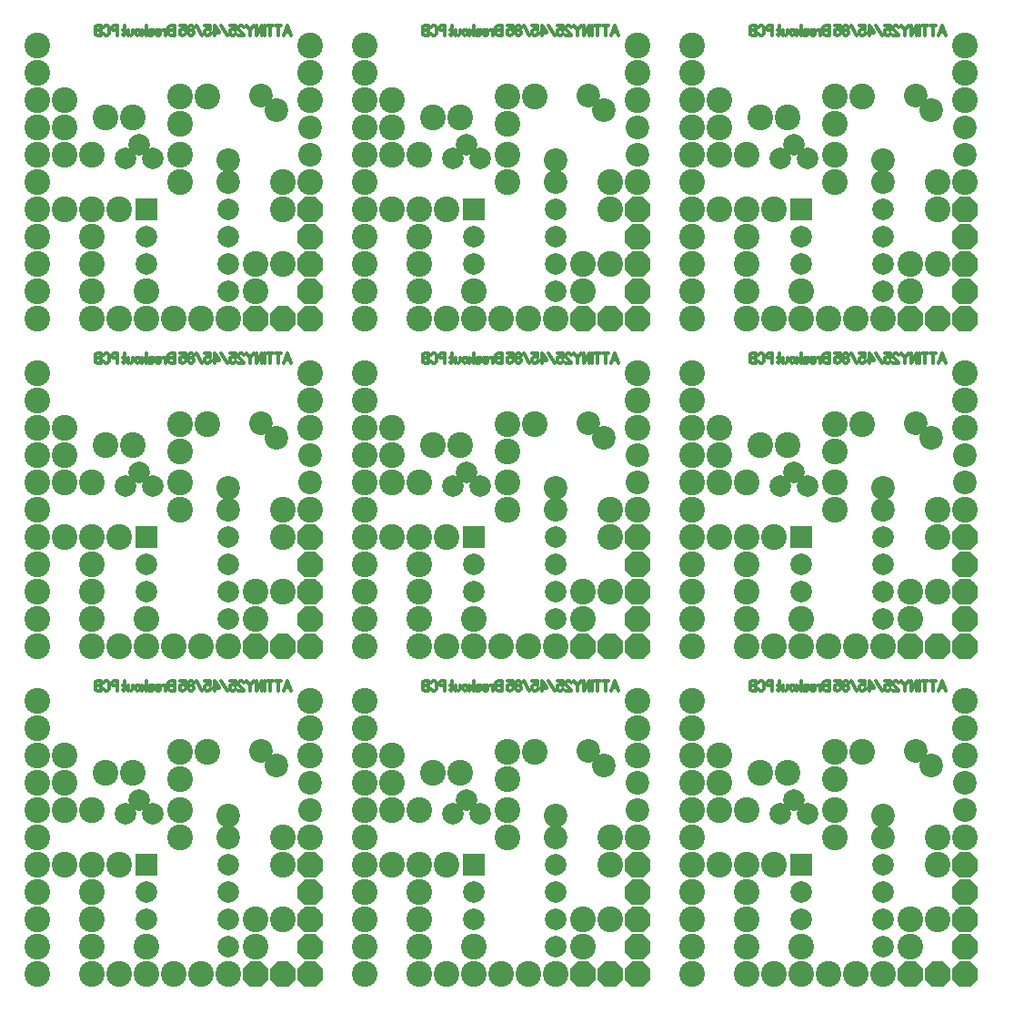
<source format=gbr>
%FSLAX34Y34*%
%MOMM*%
%LNSOLDERMASK_BOTTOM*%
G71*
G01*
%ADD10C, 2.00*%
%ADD11C, 2.40*%
%ADD12C, 2.40*%
%ADD13C, 0.31*%
%ADD14C, 2.20*%
%ADD15C, 2.40*%
%ADD16C, 2.00*%
%LPD*%
G36*
X143350Y825975D02*
X143350Y805975D01*
X123350Y805975D01*
X123350Y825975D01*
X143350Y825975D01*
G37*
X133350Y790575D02*
G54D10*
D03*
X133350Y765175D02*
G54D10*
D03*
X133350Y739775D02*
G54D10*
D03*
X209550Y739775D02*
G54D10*
D03*
X209550Y765175D02*
G54D10*
D03*
X209550Y790575D02*
G54D10*
D03*
X209550Y815975D02*
G54D10*
D03*
X57150Y917575D02*
G54D11*
D03*
X57150Y892175D02*
G54D11*
D03*
X82550Y790575D02*
G54D11*
D03*
X107950Y815975D02*
G54D11*
D03*
X57150Y815975D02*
G54D11*
D03*
X31750Y892175D02*
G54D12*
D03*
X31750Y917575D02*
G54D12*
D03*
X31750Y942975D02*
G54D12*
D03*
X31750Y968375D02*
G54D12*
D03*
G36*
X273750Y744755D02*
X280770Y751775D01*
X290730Y751775D01*
X297750Y744755D01*
X297750Y734795D01*
X290730Y727775D01*
X280770Y727775D01*
X273750Y734795D01*
X273750Y744755D01*
G37*
G36*
X273750Y770155D02*
X280770Y777175D01*
X290730Y777175D01*
X297750Y770155D01*
X297750Y760195D01*
X290730Y753175D01*
X280770Y753175D01*
X273750Y760195D01*
X273750Y770155D01*
G37*
G36*
X273750Y795555D02*
X280770Y802575D01*
X290730Y802575D01*
X297750Y795555D01*
X297750Y785595D01*
X290730Y778575D01*
X280770Y778575D01*
X273750Y785595D01*
X273750Y795555D01*
G37*
G36*
X273750Y820955D02*
X280770Y827975D01*
X290730Y827975D01*
X297750Y820955D01*
X297750Y810995D01*
X290730Y803975D01*
X280770Y803975D01*
X273750Y810995D01*
X273750Y820955D01*
G37*
X31750Y714380D02*
G54D12*
D03*
X31750Y841375D02*
G54D12*
D03*
X31750Y917575D02*
G54D12*
D03*
X107950Y815975D02*
G54D12*
D03*
X57150Y917575D02*
G54D12*
D03*
X133350Y739775D02*
G54D12*
D03*
X285750Y765175D02*
G54D12*
D03*
X82550Y739775D02*
G54D11*
D03*
X82550Y765175D02*
G54D11*
D03*
X31750Y790575D02*
G54D12*
D03*
X158750Y714375D02*
G54D12*
D03*
G54D13*
X268288Y977900D02*
X264954Y986789D01*
X261621Y977900D01*
G54D13*
X266954Y981233D02*
X262954Y981233D01*
G54D13*
X256510Y977900D02*
X256510Y986789D01*
G54D13*
X259176Y986789D02*
X253843Y986789D01*
G54D13*
X248733Y977900D02*
X248733Y986789D01*
G54D13*
X251400Y986789D02*
X246066Y986789D01*
G54D13*
X243622Y977900D02*
X243622Y986789D01*
G54D13*
X241178Y977900D02*
X241178Y986789D01*
X235845Y977900D01*
X235845Y986789D01*
G54D13*
X233402Y986789D02*
X230068Y982344D01*
X230068Y977900D01*
G54D13*
X230068Y982344D02*
X226735Y986789D01*
G54D13*
X218957Y977900D02*
X224290Y977900D01*
X224290Y978456D01*
X223624Y979567D01*
X219624Y982900D01*
X218957Y984011D01*
X218957Y985122D01*
X219624Y986233D01*
X220957Y986789D01*
X222290Y986789D01*
X223624Y986233D01*
X224290Y985122D01*
G54D13*
X211180Y986789D02*
X216514Y986789D01*
X216514Y982900D01*
X215847Y982900D01*
X214514Y983456D01*
X213180Y983456D01*
X211847Y982900D01*
X211180Y981789D01*
X211180Y979567D01*
X211847Y978456D01*
X213180Y977900D01*
X214514Y977900D01*
X215847Y978456D01*
X216514Y979567D01*
G54D13*
X208736Y977900D02*
X203403Y986789D01*
G54D13*
X196960Y977900D02*
X196960Y986789D01*
X200960Y981233D01*
X200960Y980122D01*
X195626Y980122D01*
G54D13*
X187849Y986789D02*
X193182Y986789D01*
X193182Y982900D01*
X192516Y982900D01*
X191182Y983456D01*
X189849Y983456D01*
X188516Y982900D01*
X187849Y981789D01*
X187849Y979567D01*
X188516Y978456D01*
X189849Y977900D01*
X191182Y977900D01*
X192516Y978456D01*
X193182Y979567D01*
G54D13*
X185406Y977900D02*
X180072Y986789D01*
G54D13*
X174295Y982344D02*
X175628Y982344D01*
X176962Y982900D01*
X177628Y984011D01*
X177628Y985122D01*
X176962Y986233D01*
X175628Y986789D01*
X174295Y986789D01*
X172962Y986233D01*
X172295Y985122D01*
X172295Y984011D01*
X172962Y982900D01*
X174295Y982344D01*
X172962Y981789D01*
X172295Y980678D01*
X172295Y979567D01*
X172962Y978456D01*
X174295Y977900D01*
X175628Y977900D01*
X176962Y978456D01*
X177628Y979567D01*
X177628Y980678D01*
X176962Y981789D01*
X175628Y982344D01*
G54D13*
X164518Y986789D02*
X169852Y986789D01*
X169852Y982900D01*
X169185Y982900D01*
X167852Y983456D01*
X166518Y983456D01*
X165185Y982900D01*
X164518Y981789D01*
X164518Y979567D01*
X165185Y978456D01*
X166518Y977900D01*
X167852Y977900D01*
X169185Y978456D01*
X169852Y979567D01*
G54D13*
X159498Y977900D02*
X159498Y986789D01*
X156164Y986789D01*
X154831Y986233D01*
X154164Y985122D01*
X154164Y984011D01*
X154831Y982900D01*
X156164Y982344D01*
X154831Y981789D01*
X154164Y980678D01*
X154164Y979567D01*
X154831Y978456D01*
X156164Y977900D01*
X159498Y977900D01*
G54D13*
X159498Y982344D02*
X156164Y982344D01*
G54D13*
X151720Y977900D02*
X151720Y982900D01*
G54D13*
X151720Y981789D02*
X150387Y982900D01*
X149054Y982900D01*
G54D13*
X142610Y978456D02*
X143676Y977900D01*
X145010Y977900D01*
X146343Y978456D01*
X146610Y979567D01*
X146610Y981456D01*
X145943Y982567D01*
X144610Y982900D01*
X143276Y982567D01*
X142610Y981789D01*
X142610Y980678D01*
X146610Y980678D01*
G54D13*
X140166Y982344D02*
X138832Y982900D01*
X137232Y982900D01*
X136166Y981789D01*
X136166Y977900D01*
G54D13*
X136166Y979567D02*
X136832Y980678D01*
X138166Y980900D01*
X139499Y980678D01*
X140166Y979567D01*
X139899Y978456D01*
X138832Y977900D01*
X138166Y977900D01*
X137899Y977900D01*
X136832Y978456D01*
X136166Y979567D01*
G54D13*
X133722Y977900D02*
X133722Y986789D01*
G54D13*
X131722Y981233D02*
X129722Y977900D01*
G54D13*
X133722Y980122D02*
X129722Y982900D01*
G54D13*
X123278Y979233D02*
X123278Y981456D01*
X123944Y982567D01*
X125278Y982900D01*
X126611Y982567D01*
X127278Y981456D01*
X127278Y979233D01*
X126611Y978122D01*
X125278Y977900D01*
X123944Y978122D01*
X123278Y979233D01*
G54D13*
X116834Y982900D02*
X116834Y977900D01*
G54D13*
X116834Y979011D02*
X117500Y978122D01*
X118834Y977900D01*
X120167Y978122D01*
X120834Y979011D01*
X120834Y982900D01*
G54D13*
X113056Y986789D02*
X113056Y978456D01*
X112390Y977900D01*
X111723Y978122D01*
G54D13*
X114390Y982900D02*
X111723Y982900D01*
G54D13*
X106702Y977900D02*
X106702Y986789D01*
X103368Y986789D01*
X102035Y986233D01*
X101368Y985122D01*
X101368Y984011D01*
X102035Y982900D01*
X103368Y982344D01*
X106702Y982344D01*
G54D13*
X93591Y979567D02*
X94258Y978456D01*
X95591Y977900D01*
X96924Y977900D01*
X98258Y978456D01*
X98924Y979567D01*
X98924Y985122D01*
X98258Y986233D01*
X96924Y986789D01*
X95591Y986789D01*
X94258Y986233D01*
X93591Y985122D01*
G54D13*
X91148Y977900D02*
X91148Y986789D01*
X87814Y986789D01*
X86481Y986233D01*
X85814Y985122D01*
X85814Y984011D01*
X86481Y982900D01*
X87814Y982344D01*
X86481Y981789D01*
X85814Y980678D01*
X85814Y979567D01*
X86481Y978456D01*
X87814Y977900D01*
X91148Y977900D01*
G54D13*
X91148Y982344D02*
X87814Y982344D01*
X285750Y892175D02*
G54D14*
D03*
X285750Y866775D02*
G54D14*
D03*
X285750Y892175D02*
G54D14*
D03*
X260350Y841375D02*
G54D11*
D03*
X285750Y841375D02*
G54D11*
D03*
X133350Y714375D02*
G54D12*
D03*
X107950Y714375D02*
G54D12*
D03*
G36*
X222950Y719355D02*
X229970Y726375D01*
X239930Y726375D01*
X246950Y719355D01*
X246950Y709395D01*
X239930Y702375D01*
X229970Y702375D01*
X222950Y709395D01*
X222950Y719355D01*
G37*
G36*
X248350Y719355D02*
X255370Y726375D01*
X265330Y726375D01*
X272350Y719355D01*
X272350Y709395D01*
X265330Y702375D01*
X255370Y702375D01*
X248350Y709395D01*
X248350Y719355D01*
G37*
G36*
X273750Y719355D02*
X280770Y726375D01*
X290730Y726375D01*
X297750Y719355D01*
X297750Y709395D01*
X290730Y702375D01*
X280770Y702375D01*
X273750Y709395D01*
X273750Y719355D01*
G37*
X184150Y714375D02*
G54D11*
D03*
X209550Y714375D02*
G54D11*
D03*
X82550Y739775D02*
G54D11*
D03*
X82550Y714375D02*
G54D11*
D03*
X82550Y714380D02*
G54D12*
D03*
X260350Y815975D02*
G54D11*
D03*
X260350Y765175D02*
G54D11*
D03*
X82550Y815975D02*
G54D12*
D03*
X285750Y968375D02*
G54D12*
D03*
X285750Y942975D02*
G54D12*
D03*
X285750Y917575D02*
G54D12*
D03*
X234950Y765175D02*
G54D11*
D03*
X234950Y739775D02*
G54D11*
D03*
X184150Y714375D02*
G54D12*
D03*
X31750Y765180D02*
G54D12*
D03*
X31750Y739775D02*
G54D12*
D03*
X31750Y866775D02*
G54D12*
D03*
X165100Y866775D02*
G54D11*
D03*
X165100Y841375D02*
G54D11*
D03*
X165100Y866770D02*
G54D12*
D03*
X95250Y901700D02*
G54D15*
D03*
X120650Y901700D02*
G54D15*
D03*
X114300Y863600D02*
G54D16*
D03*
X127000Y876300D02*
G54D16*
D03*
X139700Y863600D02*
G54D16*
D03*
X165100Y895350D02*
G54D15*
D03*
X165100Y920750D02*
G54D15*
D03*
X209550Y861375D02*
G54D14*
D03*
X209550Y841375D02*
G54D14*
D03*
X209550Y861380D02*
G54D14*
D03*
X95250Y901700D02*
G54D15*
D03*
X190500Y920750D02*
G54D15*
D03*
X254736Y907766D02*
G54D14*
D03*
X240594Y921908D02*
G54D14*
D03*
X254740Y907770D02*
G54D14*
D03*
X127000Y876300D02*
G54D16*
D03*
X82550Y866775D02*
G54D11*
D03*
X57150Y866775D02*
G54D11*
D03*
X31750Y815975D02*
G54D12*
D03*
G36*
X448150Y825975D02*
X448150Y805975D01*
X428150Y805975D01*
X428150Y825975D01*
X448150Y825975D01*
G37*
X438150Y790575D02*
G54D10*
D03*
X438150Y765175D02*
G54D10*
D03*
X438150Y739775D02*
G54D10*
D03*
X514350Y739775D02*
G54D10*
D03*
X514350Y765175D02*
G54D10*
D03*
X514350Y790575D02*
G54D10*
D03*
X514350Y815975D02*
G54D10*
D03*
X361950Y917575D02*
G54D11*
D03*
X361950Y892175D02*
G54D11*
D03*
X387350Y790575D02*
G54D11*
D03*
X412750Y815975D02*
G54D11*
D03*
X361950Y815975D02*
G54D11*
D03*
X336550Y892175D02*
G54D12*
D03*
X336550Y917575D02*
G54D12*
D03*
X336550Y942975D02*
G54D12*
D03*
X336550Y968375D02*
G54D12*
D03*
G36*
X578550Y744755D02*
X585570Y751775D01*
X595530Y751775D01*
X602550Y744755D01*
X602550Y734795D01*
X595530Y727775D01*
X585570Y727775D01*
X578550Y734795D01*
X578550Y744755D01*
G37*
G36*
X578550Y770155D02*
X585570Y777175D01*
X595530Y777175D01*
X602550Y770155D01*
X602550Y760195D01*
X595530Y753175D01*
X585570Y753175D01*
X578550Y760195D01*
X578550Y770155D01*
G37*
G36*
X578550Y795555D02*
X585570Y802575D01*
X595530Y802575D01*
X602550Y795555D01*
X602550Y785595D01*
X595530Y778575D01*
X585570Y778575D01*
X578550Y785595D01*
X578550Y795555D01*
G37*
G36*
X578550Y820955D02*
X585570Y827975D01*
X595530Y827975D01*
X602550Y820955D01*
X602550Y810995D01*
X595530Y803975D01*
X585570Y803975D01*
X578550Y810995D01*
X578550Y820955D01*
G37*
X336550Y714380D02*
G54D12*
D03*
X336550Y841375D02*
G54D12*
D03*
X336550Y917575D02*
G54D12*
D03*
X412750Y815975D02*
G54D12*
D03*
X361950Y917575D02*
G54D12*
D03*
X438150Y739775D02*
G54D12*
D03*
X590550Y765175D02*
G54D12*
D03*
X387350Y739775D02*
G54D11*
D03*
X387350Y765175D02*
G54D11*
D03*
X336550Y790575D02*
G54D12*
D03*
X463550Y714375D02*
G54D12*
D03*
G54D13*
X573088Y977900D02*
X569754Y986789D01*
X566421Y977900D01*
G54D13*
X571754Y981233D02*
X567754Y981233D01*
G54D13*
X561310Y977900D02*
X561310Y986789D01*
G54D13*
X563976Y986789D02*
X558643Y986789D01*
G54D13*
X553533Y977900D02*
X553533Y986789D01*
G54D13*
X556200Y986789D02*
X550866Y986789D01*
G54D13*
X548422Y977900D02*
X548422Y986789D01*
G54D13*
X545978Y977900D02*
X545978Y986789D01*
X540645Y977900D01*
X540645Y986789D01*
G54D13*
X538202Y986789D02*
X534868Y982344D01*
X534868Y977900D01*
G54D13*
X534868Y982344D02*
X531535Y986789D01*
G54D13*
X523757Y977900D02*
X529090Y977900D01*
X529090Y978456D01*
X528424Y979567D01*
X524424Y982900D01*
X523757Y984011D01*
X523757Y985122D01*
X524424Y986233D01*
X525757Y986789D01*
X527090Y986789D01*
X528424Y986233D01*
X529090Y985122D01*
G54D13*
X515980Y986789D02*
X521314Y986789D01*
X521314Y982900D01*
X520647Y982900D01*
X519314Y983456D01*
X517980Y983456D01*
X516647Y982900D01*
X515980Y981789D01*
X515980Y979567D01*
X516647Y978456D01*
X517980Y977900D01*
X519314Y977900D01*
X520647Y978456D01*
X521314Y979567D01*
G54D13*
X513536Y977900D02*
X508203Y986789D01*
G54D13*
X501760Y977900D02*
X501760Y986789D01*
X505760Y981233D01*
X505760Y980122D01*
X500426Y980122D01*
G54D13*
X492649Y986789D02*
X497982Y986789D01*
X497982Y982900D01*
X497316Y982900D01*
X495982Y983456D01*
X494649Y983456D01*
X493316Y982900D01*
X492649Y981789D01*
X492649Y979567D01*
X493316Y978456D01*
X494649Y977900D01*
X495982Y977900D01*
X497316Y978456D01*
X497982Y979567D01*
G54D13*
X490206Y977900D02*
X484872Y986789D01*
G54D13*
X479095Y982344D02*
X480428Y982344D01*
X481762Y982900D01*
X482428Y984011D01*
X482428Y985122D01*
X481762Y986233D01*
X480428Y986789D01*
X479095Y986789D01*
X477762Y986233D01*
X477095Y985122D01*
X477095Y984011D01*
X477762Y982900D01*
X479095Y982344D01*
X477762Y981789D01*
X477095Y980678D01*
X477095Y979567D01*
X477762Y978456D01*
X479095Y977900D01*
X480428Y977900D01*
X481762Y978456D01*
X482428Y979567D01*
X482428Y980678D01*
X481762Y981789D01*
X480428Y982344D01*
G54D13*
X469318Y986789D02*
X474652Y986789D01*
X474652Y982900D01*
X473985Y982900D01*
X472652Y983456D01*
X471318Y983456D01*
X469985Y982900D01*
X469318Y981789D01*
X469318Y979567D01*
X469985Y978456D01*
X471318Y977900D01*
X472652Y977900D01*
X473985Y978456D01*
X474652Y979567D01*
G54D13*
X464298Y977900D02*
X464298Y986789D01*
X460964Y986789D01*
X459631Y986233D01*
X458964Y985122D01*
X458964Y984011D01*
X459631Y982900D01*
X460964Y982344D01*
X459631Y981789D01*
X458964Y980678D01*
X458964Y979567D01*
X459631Y978456D01*
X460964Y977900D01*
X464298Y977900D01*
G54D13*
X464298Y982344D02*
X460964Y982344D01*
G54D13*
X456520Y977900D02*
X456520Y982900D01*
G54D13*
X456520Y981789D02*
X455187Y982900D01*
X453854Y982900D01*
G54D13*
X447410Y978456D02*
X448476Y977900D01*
X449810Y977900D01*
X451143Y978456D01*
X451410Y979567D01*
X451410Y981456D01*
X450743Y982567D01*
X449410Y982900D01*
X448076Y982567D01*
X447410Y981789D01*
X447410Y980678D01*
X451410Y980678D01*
G54D13*
X444966Y982344D02*
X443632Y982900D01*
X442032Y982900D01*
X440966Y981789D01*
X440966Y977900D01*
G54D13*
X440966Y979567D02*
X441632Y980678D01*
X442966Y980900D01*
X444299Y980678D01*
X444966Y979567D01*
X444699Y978456D01*
X443632Y977900D01*
X442966Y977900D01*
X442699Y977900D01*
X441632Y978456D01*
X440966Y979567D01*
G54D13*
X438522Y977900D02*
X438522Y986789D01*
G54D13*
X436522Y981233D02*
X434522Y977900D01*
G54D13*
X438522Y980122D02*
X434522Y982900D01*
G54D13*
X428078Y979233D02*
X428078Y981456D01*
X428744Y982567D01*
X430078Y982900D01*
X431411Y982567D01*
X432078Y981456D01*
X432078Y979233D01*
X431411Y978122D01*
X430078Y977900D01*
X428744Y978122D01*
X428078Y979233D01*
G54D13*
X421634Y982900D02*
X421634Y977900D01*
G54D13*
X421634Y979011D02*
X422300Y978122D01*
X423634Y977900D01*
X424967Y978122D01*
X425634Y979011D01*
X425634Y982900D01*
G54D13*
X417856Y986789D02*
X417856Y978456D01*
X417190Y977900D01*
X416523Y978122D01*
G54D13*
X419190Y982900D02*
X416523Y982900D01*
G54D13*
X411502Y977900D02*
X411502Y986789D01*
X408168Y986789D01*
X406835Y986233D01*
X406168Y985122D01*
X406168Y984011D01*
X406835Y982900D01*
X408168Y982344D01*
X411502Y982344D01*
G54D13*
X398391Y979567D02*
X399058Y978456D01*
X400391Y977900D01*
X401724Y977900D01*
X403058Y978456D01*
X403724Y979567D01*
X403724Y985122D01*
X403058Y986233D01*
X401724Y986789D01*
X400391Y986789D01*
X399058Y986233D01*
X398391Y985122D01*
G54D13*
X395948Y977900D02*
X395948Y986789D01*
X392614Y986789D01*
X391281Y986233D01*
X390614Y985122D01*
X390614Y984011D01*
X391281Y982900D01*
X392614Y982344D01*
X391281Y981789D01*
X390614Y980678D01*
X390614Y979567D01*
X391281Y978456D01*
X392614Y977900D01*
X395948Y977900D01*
G54D13*
X395948Y982344D02*
X392614Y982344D01*
X590550Y892175D02*
G54D14*
D03*
X590550Y866775D02*
G54D14*
D03*
X590550Y892175D02*
G54D14*
D03*
X565150Y841375D02*
G54D11*
D03*
X590550Y841375D02*
G54D11*
D03*
X438150Y714375D02*
G54D12*
D03*
X412750Y714375D02*
G54D12*
D03*
G36*
X527750Y719355D02*
X534770Y726375D01*
X544730Y726375D01*
X551750Y719355D01*
X551750Y709395D01*
X544730Y702375D01*
X534770Y702375D01*
X527750Y709395D01*
X527750Y719355D01*
G37*
G36*
X553150Y719355D02*
X560170Y726375D01*
X570130Y726375D01*
X577150Y719355D01*
X577150Y709395D01*
X570130Y702375D01*
X560170Y702375D01*
X553150Y709395D01*
X553150Y719355D01*
G37*
G36*
X578550Y719355D02*
X585570Y726375D01*
X595530Y726375D01*
X602550Y719355D01*
X602550Y709395D01*
X595530Y702375D01*
X585570Y702375D01*
X578550Y709395D01*
X578550Y719355D01*
G37*
X488950Y714375D02*
G54D11*
D03*
X514350Y714375D02*
G54D11*
D03*
X387350Y739775D02*
G54D11*
D03*
X387350Y714375D02*
G54D11*
D03*
X387350Y714380D02*
G54D12*
D03*
X565150Y815975D02*
G54D11*
D03*
X565150Y765175D02*
G54D11*
D03*
X387350Y815975D02*
G54D12*
D03*
X590550Y968375D02*
G54D12*
D03*
X590550Y942975D02*
G54D12*
D03*
X590550Y917575D02*
G54D12*
D03*
X539750Y765175D02*
G54D11*
D03*
X539750Y739775D02*
G54D11*
D03*
X488950Y714375D02*
G54D12*
D03*
X336550Y765180D02*
G54D12*
D03*
X336550Y739775D02*
G54D12*
D03*
X336550Y866775D02*
G54D12*
D03*
X469900Y866775D02*
G54D11*
D03*
X469900Y841375D02*
G54D11*
D03*
X469900Y866770D02*
G54D12*
D03*
X400050Y901700D02*
G54D15*
D03*
X425450Y901700D02*
G54D15*
D03*
X419100Y863600D02*
G54D16*
D03*
X431800Y876300D02*
G54D16*
D03*
X444500Y863600D02*
G54D16*
D03*
X469900Y895350D02*
G54D15*
D03*
X469900Y920750D02*
G54D15*
D03*
X514350Y861375D02*
G54D14*
D03*
X514350Y841375D02*
G54D14*
D03*
X514350Y861380D02*
G54D14*
D03*
X400050Y901700D02*
G54D15*
D03*
X495300Y920750D02*
G54D15*
D03*
X559536Y907766D02*
G54D14*
D03*
X545394Y921908D02*
G54D14*
D03*
X559540Y907770D02*
G54D14*
D03*
X431800Y876300D02*
G54D16*
D03*
X387350Y866775D02*
G54D11*
D03*
X361950Y866775D02*
G54D11*
D03*
X336550Y815975D02*
G54D12*
D03*
G36*
X752950Y825975D02*
X752950Y805975D01*
X732950Y805975D01*
X732950Y825975D01*
X752950Y825975D01*
G37*
X742950Y790575D02*
G54D10*
D03*
X742950Y765175D02*
G54D10*
D03*
X742950Y739775D02*
G54D10*
D03*
X819150Y739775D02*
G54D10*
D03*
X819150Y765175D02*
G54D10*
D03*
X819150Y790575D02*
G54D10*
D03*
X819150Y815975D02*
G54D10*
D03*
X666750Y917575D02*
G54D11*
D03*
X666750Y892175D02*
G54D11*
D03*
X692150Y790575D02*
G54D11*
D03*
X717550Y815975D02*
G54D11*
D03*
X666750Y815975D02*
G54D11*
D03*
X641350Y892175D02*
G54D12*
D03*
X641350Y917575D02*
G54D12*
D03*
X641350Y942975D02*
G54D12*
D03*
X641350Y968375D02*
G54D12*
D03*
G36*
X883350Y744755D02*
X890370Y751775D01*
X900330Y751775D01*
X907350Y744755D01*
X907350Y734795D01*
X900330Y727775D01*
X890370Y727775D01*
X883350Y734795D01*
X883350Y744755D01*
G37*
G36*
X883350Y770155D02*
X890370Y777175D01*
X900330Y777175D01*
X907350Y770155D01*
X907350Y760195D01*
X900330Y753175D01*
X890370Y753175D01*
X883350Y760195D01*
X883350Y770155D01*
G37*
G36*
X883350Y795555D02*
X890370Y802575D01*
X900330Y802575D01*
X907350Y795555D01*
X907350Y785595D01*
X900330Y778575D01*
X890370Y778575D01*
X883350Y785595D01*
X883350Y795555D01*
G37*
G36*
X883350Y820955D02*
X890370Y827975D01*
X900330Y827975D01*
X907350Y820955D01*
X907350Y810995D01*
X900330Y803975D01*
X890370Y803975D01*
X883350Y810995D01*
X883350Y820955D01*
G37*
X641350Y714380D02*
G54D12*
D03*
X641350Y841375D02*
G54D12*
D03*
X641350Y917575D02*
G54D12*
D03*
X717550Y815975D02*
G54D12*
D03*
X666750Y917575D02*
G54D12*
D03*
X742950Y739775D02*
G54D12*
D03*
X895350Y765175D02*
G54D12*
D03*
X692150Y739775D02*
G54D11*
D03*
X692150Y765175D02*
G54D11*
D03*
X641350Y790575D02*
G54D12*
D03*
X768350Y714375D02*
G54D12*
D03*
G54D13*
X877888Y977900D02*
X874554Y986789D01*
X871221Y977900D01*
G54D13*
X876554Y981233D02*
X872554Y981233D01*
G54D13*
X866110Y977900D02*
X866110Y986789D01*
G54D13*
X868776Y986789D02*
X863443Y986789D01*
G54D13*
X858333Y977900D02*
X858333Y986789D01*
G54D13*
X861000Y986789D02*
X855666Y986789D01*
G54D13*
X853222Y977900D02*
X853222Y986789D01*
G54D13*
X850778Y977900D02*
X850778Y986789D01*
X845445Y977900D01*
X845445Y986789D01*
G54D13*
X843002Y986789D02*
X839668Y982344D01*
X839668Y977900D01*
G54D13*
X839668Y982344D02*
X836335Y986789D01*
G54D13*
X828557Y977900D02*
X833890Y977900D01*
X833890Y978456D01*
X833224Y979567D01*
X829224Y982900D01*
X828557Y984011D01*
X828557Y985122D01*
X829224Y986233D01*
X830557Y986789D01*
X831890Y986789D01*
X833224Y986233D01*
X833890Y985122D01*
G54D13*
X820780Y986789D02*
X826114Y986789D01*
X826114Y982900D01*
X825447Y982900D01*
X824114Y983456D01*
X822780Y983456D01*
X821447Y982900D01*
X820780Y981789D01*
X820780Y979567D01*
X821447Y978456D01*
X822780Y977900D01*
X824114Y977900D01*
X825447Y978456D01*
X826114Y979567D01*
G54D13*
X818336Y977900D02*
X813003Y986789D01*
G54D13*
X806560Y977900D02*
X806560Y986789D01*
X810560Y981233D01*
X810560Y980122D01*
X805226Y980122D01*
G54D13*
X797449Y986789D02*
X802782Y986789D01*
X802782Y982900D01*
X802116Y982900D01*
X800782Y983456D01*
X799449Y983456D01*
X798116Y982900D01*
X797449Y981789D01*
X797449Y979567D01*
X798116Y978456D01*
X799449Y977900D01*
X800782Y977900D01*
X802116Y978456D01*
X802782Y979567D01*
G54D13*
X795006Y977900D02*
X789672Y986789D01*
G54D13*
X783895Y982344D02*
X785228Y982344D01*
X786562Y982900D01*
X787228Y984011D01*
X787228Y985122D01*
X786562Y986233D01*
X785228Y986789D01*
X783895Y986789D01*
X782562Y986233D01*
X781895Y985122D01*
X781895Y984011D01*
X782562Y982900D01*
X783895Y982344D01*
X782562Y981789D01*
X781895Y980678D01*
X781895Y979567D01*
X782562Y978456D01*
X783895Y977900D01*
X785228Y977900D01*
X786562Y978456D01*
X787228Y979567D01*
X787228Y980678D01*
X786562Y981789D01*
X785228Y982344D01*
G54D13*
X774118Y986789D02*
X779452Y986789D01*
X779452Y982900D01*
X778785Y982900D01*
X777452Y983456D01*
X776118Y983456D01*
X774785Y982900D01*
X774118Y981789D01*
X774118Y979567D01*
X774785Y978456D01*
X776118Y977900D01*
X777452Y977900D01*
X778785Y978456D01*
X779452Y979567D01*
G54D13*
X769098Y977900D02*
X769098Y986789D01*
X765764Y986789D01*
X764431Y986233D01*
X763764Y985122D01*
X763764Y984011D01*
X764431Y982900D01*
X765764Y982344D01*
X764431Y981789D01*
X763764Y980678D01*
X763764Y979567D01*
X764431Y978456D01*
X765764Y977900D01*
X769098Y977900D01*
G54D13*
X769098Y982344D02*
X765764Y982344D01*
G54D13*
X761320Y977900D02*
X761320Y982900D01*
G54D13*
X761320Y981789D02*
X759987Y982900D01*
X758654Y982900D01*
G54D13*
X752210Y978456D02*
X753276Y977900D01*
X754610Y977900D01*
X755943Y978456D01*
X756210Y979567D01*
X756210Y981456D01*
X755543Y982567D01*
X754210Y982900D01*
X752876Y982567D01*
X752210Y981789D01*
X752210Y980678D01*
X756210Y980678D01*
G54D13*
X749766Y982344D02*
X748432Y982900D01*
X746832Y982900D01*
X745766Y981789D01*
X745766Y977900D01*
G54D13*
X745766Y979567D02*
X746432Y980678D01*
X747766Y980900D01*
X749099Y980678D01*
X749766Y979567D01*
X749499Y978456D01*
X748432Y977900D01*
X747766Y977900D01*
X747499Y977900D01*
X746432Y978456D01*
X745766Y979567D01*
G54D13*
X743322Y977900D02*
X743322Y986789D01*
G54D13*
X741322Y981233D02*
X739322Y977900D01*
G54D13*
X743322Y980122D02*
X739322Y982900D01*
G54D13*
X732878Y979233D02*
X732878Y981456D01*
X733544Y982567D01*
X734878Y982900D01*
X736211Y982567D01*
X736878Y981456D01*
X736878Y979233D01*
X736211Y978122D01*
X734878Y977900D01*
X733544Y978122D01*
X732878Y979233D01*
G54D13*
X726434Y982900D02*
X726434Y977900D01*
G54D13*
X726434Y979011D02*
X727100Y978122D01*
X728434Y977900D01*
X729767Y978122D01*
X730434Y979011D01*
X730434Y982900D01*
G54D13*
X722656Y986789D02*
X722656Y978456D01*
X721990Y977900D01*
X721323Y978122D01*
G54D13*
X723990Y982900D02*
X721323Y982900D01*
G54D13*
X716302Y977900D02*
X716302Y986789D01*
X712968Y986789D01*
X711635Y986233D01*
X710968Y985122D01*
X710968Y984011D01*
X711635Y982900D01*
X712968Y982344D01*
X716302Y982344D01*
G54D13*
X703191Y979567D02*
X703858Y978456D01*
X705191Y977900D01*
X706524Y977900D01*
X707858Y978456D01*
X708524Y979567D01*
X708524Y985122D01*
X707858Y986233D01*
X706524Y986789D01*
X705191Y986789D01*
X703858Y986233D01*
X703191Y985122D01*
G54D13*
X700748Y977900D02*
X700748Y986789D01*
X697414Y986789D01*
X696081Y986233D01*
X695414Y985122D01*
X695414Y984011D01*
X696081Y982900D01*
X697414Y982344D01*
X696081Y981789D01*
X695414Y980678D01*
X695414Y979567D01*
X696081Y978456D01*
X697414Y977900D01*
X700748Y977900D01*
G54D13*
X700748Y982344D02*
X697414Y982344D01*
X895350Y892175D02*
G54D14*
D03*
X895350Y866775D02*
G54D14*
D03*
X895350Y892175D02*
G54D14*
D03*
X869950Y841375D02*
G54D11*
D03*
X895350Y841375D02*
G54D11*
D03*
X742950Y714375D02*
G54D12*
D03*
X717550Y714375D02*
G54D12*
D03*
G36*
X832550Y719355D02*
X839570Y726375D01*
X849530Y726375D01*
X856550Y719355D01*
X856550Y709395D01*
X849530Y702375D01*
X839570Y702375D01*
X832550Y709395D01*
X832550Y719355D01*
G37*
G36*
X857950Y719355D02*
X864970Y726375D01*
X874930Y726375D01*
X881950Y719355D01*
X881950Y709395D01*
X874930Y702375D01*
X864970Y702375D01*
X857950Y709395D01*
X857950Y719355D01*
G37*
G36*
X883350Y719355D02*
X890370Y726375D01*
X900330Y726375D01*
X907350Y719355D01*
X907350Y709395D01*
X900330Y702375D01*
X890370Y702375D01*
X883350Y709395D01*
X883350Y719355D01*
G37*
X793750Y714375D02*
G54D11*
D03*
X819150Y714375D02*
G54D11*
D03*
X692150Y739775D02*
G54D11*
D03*
X692150Y714375D02*
G54D11*
D03*
X692150Y714380D02*
G54D12*
D03*
X869950Y815975D02*
G54D11*
D03*
X869950Y765175D02*
G54D11*
D03*
X692150Y815975D02*
G54D12*
D03*
X895350Y968375D02*
G54D12*
D03*
X895350Y942975D02*
G54D12*
D03*
X895350Y917575D02*
G54D12*
D03*
X844550Y765175D02*
G54D11*
D03*
X844550Y739775D02*
G54D11*
D03*
X793750Y714375D02*
G54D12*
D03*
X641350Y765180D02*
G54D12*
D03*
X641350Y739775D02*
G54D12*
D03*
X641350Y866775D02*
G54D12*
D03*
X774700Y866775D02*
G54D11*
D03*
X774700Y841375D02*
G54D11*
D03*
X774700Y866770D02*
G54D12*
D03*
X704850Y901700D02*
G54D15*
D03*
X730250Y901700D02*
G54D15*
D03*
X723900Y863600D02*
G54D16*
D03*
X736600Y876300D02*
G54D16*
D03*
X749300Y863600D02*
G54D16*
D03*
X774700Y895350D02*
G54D15*
D03*
X774700Y920750D02*
G54D15*
D03*
X819150Y861375D02*
G54D14*
D03*
X819150Y841375D02*
G54D14*
D03*
X819150Y861380D02*
G54D14*
D03*
X704850Y901700D02*
G54D15*
D03*
X800100Y920750D02*
G54D15*
D03*
X864336Y907766D02*
G54D14*
D03*
X850194Y921908D02*
G54D14*
D03*
X864340Y907770D02*
G54D14*
D03*
X736600Y876300D02*
G54D16*
D03*
X692150Y866775D02*
G54D11*
D03*
X666750Y866775D02*
G54D11*
D03*
X641350Y815975D02*
G54D12*
D03*
G36*
X143350Y521175D02*
X143350Y501175D01*
X123350Y501175D01*
X123350Y521175D01*
X143350Y521175D01*
G37*
X133350Y485775D02*
G54D10*
D03*
X133350Y460375D02*
G54D10*
D03*
X133350Y434975D02*
G54D10*
D03*
X209550Y434975D02*
G54D10*
D03*
X209550Y460375D02*
G54D10*
D03*
X209550Y485775D02*
G54D10*
D03*
X209550Y511175D02*
G54D10*
D03*
X57150Y612775D02*
G54D11*
D03*
X57150Y587375D02*
G54D11*
D03*
X82550Y485775D02*
G54D11*
D03*
X107950Y511175D02*
G54D11*
D03*
X57150Y511175D02*
G54D11*
D03*
X31750Y587375D02*
G54D12*
D03*
X31750Y612775D02*
G54D12*
D03*
X31750Y638175D02*
G54D12*
D03*
X31750Y663575D02*
G54D12*
D03*
G36*
X273750Y439955D02*
X280770Y446975D01*
X290730Y446975D01*
X297750Y439955D01*
X297750Y429995D01*
X290730Y422975D01*
X280770Y422975D01*
X273750Y429995D01*
X273750Y439955D01*
G37*
G36*
X273750Y465355D02*
X280770Y472375D01*
X290730Y472375D01*
X297750Y465355D01*
X297750Y455395D01*
X290730Y448375D01*
X280770Y448375D01*
X273750Y455395D01*
X273750Y465355D01*
G37*
G36*
X273750Y490755D02*
X280770Y497775D01*
X290730Y497775D01*
X297750Y490755D01*
X297750Y480795D01*
X290730Y473775D01*
X280770Y473775D01*
X273750Y480795D01*
X273750Y490755D01*
G37*
G36*
X273750Y516155D02*
X280770Y523175D01*
X290730Y523175D01*
X297750Y516155D01*
X297750Y506195D01*
X290730Y499175D01*
X280770Y499175D01*
X273750Y506195D01*
X273750Y516155D01*
G37*
X31750Y409580D02*
G54D12*
D03*
X31750Y536575D02*
G54D12*
D03*
X31750Y612775D02*
G54D12*
D03*
X107950Y511175D02*
G54D12*
D03*
X57150Y612775D02*
G54D12*
D03*
X133350Y434975D02*
G54D12*
D03*
X285750Y460375D02*
G54D12*
D03*
X82550Y434975D02*
G54D11*
D03*
X82550Y460375D02*
G54D11*
D03*
X31750Y485775D02*
G54D12*
D03*
X158750Y409575D02*
G54D12*
D03*
G54D13*
X268288Y673100D02*
X264954Y681989D01*
X261621Y673100D01*
G54D13*
X266954Y676433D02*
X262954Y676433D01*
G54D13*
X256510Y673100D02*
X256510Y681989D01*
G54D13*
X259176Y681989D02*
X253843Y681989D01*
G54D13*
X248733Y673100D02*
X248733Y681989D01*
G54D13*
X251400Y681989D02*
X246066Y681989D01*
G54D13*
X243622Y673100D02*
X243622Y681989D01*
G54D13*
X241178Y673100D02*
X241178Y681989D01*
X235845Y673100D01*
X235845Y681989D01*
G54D13*
X233402Y681989D02*
X230068Y677544D01*
X230068Y673100D01*
G54D13*
X230068Y677544D02*
X226735Y681989D01*
G54D13*
X218957Y673100D02*
X224290Y673100D01*
X224290Y673656D01*
X223624Y674767D01*
X219624Y678100D01*
X218957Y679211D01*
X218957Y680322D01*
X219624Y681433D01*
X220957Y681989D01*
X222290Y681989D01*
X223624Y681433D01*
X224290Y680322D01*
G54D13*
X211180Y681989D02*
X216514Y681989D01*
X216514Y678100D01*
X215847Y678100D01*
X214514Y678656D01*
X213180Y678656D01*
X211847Y678100D01*
X211180Y676989D01*
X211180Y674767D01*
X211847Y673656D01*
X213180Y673100D01*
X214514Y673100D01*
X215847Y673656D01*
X216514Y674767D01*
G54D13*
X208736Y673100D02*
X203403Y681989D01*
G54D13*
X196960Y673100D02*
X196960Y681989D01*
X200960Y676433D01*
X200960Y675322D01*
X195626Y675322D01*
G54D13*
X187849Y681989D02*
X193182Y681989D01*
X193182Y678100D01*
X192516Y678100D01*
X191182Y678656D01*
X189849Y678656D01*
X188516Y678100D01*
X187849Y676989D01*
X187849Y674767D01*
X188516Y673656D01*
X189849Y673100D01*
X191182Y673100D01*
X192516Y673656D01*
X193182Y674767D01*
G54D13*
X185406Y673100D02*
X180072Y681989D01*
G54D13*
X174295Y677544D02*
X175628Y677544D01*
X176962Y678100D01*
X177628Y679211D01*
X177628Y680322D01*
X176962Y681433D01*
X175628Y681989D01*
X174295Y681989D01*
X172962Y681433D01*
X172295Y680322D01*
X172295Y679211D01*
X172962Y678100D01*
X174295Y677544D01*
X172962Y676989D01*
X172295Y675878D01*
X172295Y674767D01*
X172962Y673656D01*
X174295Y673100D01*
X175628Y673100D01*
X176962Y673656D01*
X177628Y674767D01*
X177628Y675878D01*
X176962Y676989D01*
X175628Y677544D01*
G54D13*
X164518Y681989D02*
X169852Y681989D01*
X169852Y678100D01*
X169185Y678100D01*
X167852Y678656D01*
X166518Y678656D01*
X165185Y678100D01*
X164518Y676989D01*
X164518Y674767D01*
X165185Y673656D01*
X166518Y673100D01*
X167852Y673100D01*
X169185Y673656D01*
X169852Y674767D01*
G54D13*
X159498Y673100D02*
X159498Y681989D01*
X156164Y681989D01*
X154831Y681433D01*
X154164Y680322D01*
X154164Y679211D01*
X154831Y678100D01*
X156164Y677544D01*
X154831Y676989D01*
X154164Y675878D01*
X154164Y674767D01*
X154831Y673656D01*
X156164Y673100D01*
X159498Y673100D01*
G54D13*
X159498Y677544D02*
X156164Y677544D01*
G54D13*
X151720Y673100D02*
X151720Y678100D01*
G54D13*
X151720Y676989D02*
X150387Y678100D01*
X149054Y678100D01*
G54D13*
X142610Y673656D02*
X143676Y673100D01*
X145010Y673100D01*
X146343Y673656D01*
X146610Y674767D01*
X146610Y676656D01*
X145943Y677767D01*
X144610Y678100D01*
X143276Y677767D01*
X142610Y676989D01*
X142610Y675878D01*
X146610Y675878D01*
G54D13*
X140166Y677544D02*
X138832Y678100D01*
X137232Y678100D01*
X136166Y676989D01*
X136166Y673100D01*
G54D13*
X136166Y674767D02*
X136832Y675878D01*
X138166Y676100D01*
X139499Y675878D01*
X140166Y674767D01*
X139899Y673656D01*
X138832Y673100D01*
X138166Y673100D01*
X137899Y673100D01*
X136832Y673656D01*
X136166Y674767D01*
G54D13*
X133722Y673100D02*
X133722Y681989D01*
G54D13*
X131722Y676433D02*
X129722Y673100D01*
G54D13*
X133722Y675322D02*
X129722Y678100D01*
G54D13*
X123278Y674433D02*
X123278Y676656D01*
X123944Y677767D01*
X125278Y678100D01*
X126611Y677767D01*
X127278Y676656D01*
X127278Y674433D01*
X126611Y673322D01*
X125278Y673100D01*
X123944Y673322D01*
X123278Y674433D01*
G54D13*
X116834Y678100D02*
X116834Y673100D01*
G54D13*
X116834Y674211D02*
X117500Y673322D01*
X118834Y673100D01*
X120167Y673322D01*
X120834Y674211D01*
X120834Y678100D01*
G54D13*
X113056Y681989D02*
X113056Y673656D01*
X112390Y673100D01*
X111723Y673322D01*
G54D13*
X114390Y678100D02*
X111723Y678100D01*
G54D13*
X106702Y673100D02*
X106702Y681989D01*
X103368Y681989D01*
X102035Y681433D01*
X101368Y680322D01*
X101368Y679211D01*
X102035Y678100D01*
X103368Y677544D01*
X106702Y677544D01*
G54D13*
X93591Y674767D02*
X94258Y673656D01*
X95591Y673100D01*
X96924Y673100D01*
X98258Y673656D01*
X98924Y674767D01*
X98924Y680322D01*
X98258Y681433D01*
X96924Y681989D01*
X95591Y681989D01*
X94258Y681433D01*
X93591Y680322D01*
G54D13*
X91148Y673100D02*
X91148Y681989D01*
X87814Y681989D01*
X86481Y681433D01*
X85814Y680322D01*
X85814Y679211D01*
X86481Y678100D01*
X87814Y677544D01*
X86481Y676989D01*
X85814Y675878D01*
X85814Y674767D01*
X86481Y673656D01*
X87814Y673100D01*
X91148Y673100D01*
G54D13*
X91148Y677544D02*
X87814Y677544D01*
X285750Y587375D02*
G54D14*
D03*
X285750Y561975D02*
G54D14*
D03*
X285750Y587375D02*
G54D14*
D03*
X260350Y536575D02*
G54D11*
D03*
X285750Y536575D02*
G54D11*
D03*
X133350Y409575D02*
G54D12*
D03*
X107950Y409575D02*
G54D12*
D03*
G36*
X222950Y414555D02*
X229970Y421575D01*
X239930Y421575D01*
X246950Y414555D01*
X246950Y404595D01*
X239930Y397575D01*
X229970Y397575D01*
X222950Y404595D01*
X222950Y414555D01*
G37*
G36*
X248350Y414555D02*
X255370Y421575D01*
X265330Y421575D01*
X272350Y414555D01*
X272350Y404595D01*
X265330Y397575D01*
X255370Y397575D01*
X248350Y404595D01*
X248350Y414555D01*
G37*
G36*
X273750Y414555D02*
X280770Y421575D01*
X290730Y421575D01*
X297750Y414555D01*
X297750Y404595D01*
X290730Y397575D01*
X280770Y397575D01*
X273750Y404595D01*
X273750Y414555D01*
G37*
X184150Y409575D02*
G54D11*
D03*
X209550Y409575D02*
G54D11*
D03*
X82550Y434975D02*
G54D11*
D03*
X82550Y409575D02*
G54D11*
D03*
X82550Y409580D02*
G54D12*
D03*
X260350Y511175D02*
G54D11*
D03*
X260350Y460375D02*
G54D11*
D03*
X82550Y511175D02*
G54D12*
D03*
X285750Y663575D02*
G54D12*
D03*
X285750Y638175D02*
G54D12*
D03*
X285750Y612775D02*
G54D12*
D03*
X234950Y460375D02*
G54D11*
D03*
X234950Y434975D02*
G54D11*
D03*
X184150Y409575D02*
G54D12*
D03*
X31750Y460380D02*
G54D12*
D03*
X31750Y434975D02*
G54D12*
D03*
X31750Y561975D02*
G54D12*
D03*
X165100Y561975D02*
G54D11*
D03*
X165100Y536575D02*
G54D11*
D03*
X165100Y561970D02*
G54D12*
D03*
X95250Y596900D02*
G54D15*
D03*
X120650Y596900D02*
G54D15*
D03*
X114300Y558800D02*
G54D16*
D03*
X127000Y571500D02*
G54D16*
D03*
X139700Y558800D02*
G54D16*
D03*
X165100Y590550D02*
G54D15*
D03*
X165100Y615950D02*
G54D15*
D03*
X209550Y556575D02*
G54D14*
D03*
X209550Y536575D02*
G54D14*
D03*
X209550Y556580D02*
G54D14*
D03*
X95250Y596900D02*
G54D15*
D03*
X190500Y615950D02*
G54D15*
D03*
X254736Y602966D02*
G54D14*
D03*
X240594Y617108D02*
G54D14*
D03*
X254740Y602970D02*
G54D14*
D03*
X127000Y571500D02*
G54D16*
D03*
X82550Y561975D02*
G54D11*
D03*
X57150Y561975D02*
G54D11*
D03*
X31750Y511175D02*
G54D12*
D03*
G36*
X448150Y521175D02*
X448150Y501175D01*
X428150Y501175D01*
X428150Y521175D01*
X448150Y521175D01*
G37*
X438150Y485775D02*
G54D10*
D03*
X438150Y460375D02*
G54D10*
D03*
X438150Y434975D02*
G54D10*
D03*
X514350Y434975D02*
G54D10*
D03*
X514350Y460375D02*
G54D10*
D03*
X514350Y485775D02*
G54D10*
D03*
X514350Y511175D02*
G54D10*
D03*
X361950Y612775D02*
G54D11*
D03*
X361950Y587375D02*
G54D11*
D03*
X387350Y485775D02*
G54D11*
D03*
X412750Y511175D02*
G54D11*
D03*
X361950Y511175D02*
G54D11*
D03*
X336550Y587375D02*
G54D12*
D03*
X336550Y612775D02*
G54D12*
D03*
X336550Y638175D02*
G54D12*
D03*
X336550Y663575D02*
G54D12*
D03*
G36*
X578550Y439955D02*
X585570Y446975D01*
X595530Y446975D01*
X602550Y439955D01*
X602550Y429995D01*
X595530Y422975D01*
X585570Y422975D01*
X578550Y429995D01*
X578550Y439955D01*
G37*
G36*
X578550Y465355D02*
X585570Y472375D01*
X595530Y472375D01*
X602550Y465355D01*
X602550Y455395D01*
X595530Y448375D01*
X585570Y448375D01*
X578550Y455395D01*
X578550Y465355D01*
G37*
G36*
X578550Y490755D02*
X585570Y497775D01*
X595530Y497775D01*
X602550Y490755D01*
X602550Y480795D01*
X595530Y473775D01*
X585570Y473775D01*
X578550Y480795D01*
X578550Y490755D01*
G37*
G36*
X578550Y516155D02*
X585570Y523175D01*
X595530Y523175D01*
X602550Y516155D01*
X602550Y506195D01*
X595530Y499175D01*
X585570Y499175D01*
X578550Y506195D01*
X578550Y516155D01*
G37*
X336550Y409580D02*
G54D12*
D03*
X336550Y536575D02*
G54D12*
D03*
X336550Y612775D02*
G54D12*
D03*
X412750Y511175D02*
G54D12*
D03*
X361950Y612775D02*
G54D12*
D03*
X438150Y434975D02*
G54D12*
D03*
X590550Y460375D02*
G54D12*
D03*
X387350Y434975D02*
G54D11*
D03*
X387350Y460375D02*
G54D11*
D03*
X336550Y485775D02*
G54D12*
D03*
X463550Y409575D02*
G54D12*
D03*
G54D13*
X573088Y673100D02*
X569754Y681989D01*
X566421Y673100D01*
G54D13*
X571754Y676433D02*
X567754Y676433D01*
G54D13*
X561310Y673100D02*
X561310Y681989D01*
G54D13*
X563976Y681989D02*
X558643Y681989D01*
G54D13*
X553533Y673100D02*
X553533Y681989D01*
G54D13*
X556200Y681989D02*
X550866Y681989D01*
G54D13*
X548422Y673100D02*
X548422Y681989D01*
G54D13*
X545978Y673100D02*
X545978Y681989D01*
X540645Y673100D01*
X540645Y681989D01*
G54D13*
X538202Y681989D02*
X534868Y677544D01*
X534868Y673100D01*
G54D13*
X534868Y677544D02*
X531535Y681989D01*
G54D13*
X523757Y673100D02*
X529090Y673100D01*
X529090Y673656D01*
X528424Y674767D01*
X524424Y678100D01*
X523757Y679211D01*
X523757Y680322D01*
X524424Y681433D01*
X525757Y681989D01*
X527090Y681989D01*
X528424Y681433D01*
X529090Y680322D01*
G54D13*
X515980Y681989D02*
X521314Y681989D01*
X521314Y678100D01*
X520647Y678100D01*
X519314Y678656D01*
X517980Y678656D01*
X516647Y678100D01*
X515980Y676989D01*
X515980Y674767D01*
X516647Y673656D01*
X517980Y673100D01*
X519314Y673100D01*
X520647Y673656D01*
X521314Y674767D01*
G54D13*
X513536Y673100D02*
X508203Y681989D01*
G54D13*
X501760Y673100D02*
X501760Y681989D01*
X505760Y676433D01*
X505760Y675322D01*
X500426Y675322D01*
G54D13*
X492649Y681989D02*
X497982Y681989D01*
X497982Y678100D01*
X497316Y678100D01*
X495982Y678656D01*
X494649Y678656D01*
X493316Y678100D01*
X492649Y676989D01*
X492649Y674767D01*
X493316Y673656D01*
X494649Y673100D01*
X495982Y673100D01*
X497316Y673656D01*
X497982Y674767D01*
G54D13*
X490206Y673100D02*
X484872Y681989D01*
G54D13*
X479095Y677544D02*
X480428Y677544D01*
X481762Y678100D01*
X482428Y679211D01*
X482428Y680322D01*
X481762Y681433D01*
X480428Y681989D01*
X479095Y681989D01*
X477762Y681433D01*
X477095Y680322D01*
X477095Y679211D01*
X477762Y678100D01*
X479095Y677544D01*
X477762Y676989D01*
X477095Y675878D01*
X477095Y674767D01*
X477762Y673656D01*
X479095Y673100D01*
X480428Y673100D01*
X481762Y673656D01*
X482428Y674767D01*
X482428Y675878D01*
X481762Y676989D01*
X480428Y677544D01*
G54D13*
X469318Y681989D02*
X474652Y681989D01*
X474652Y678100D01*
X473985Y678100D01*
X472652Y678656D01*
X471318Y678656D01*
X469985Y678100D01*
X469318Y676989D01*
X469318Y674767D01*
X469985Y673656D01*
X471318Y673100D01*
X472652Y673100D01*
X473985Y673656D01*
X474652Y674767D01*
G54D13*
X464298Y673100D02*
X464298Y681989D01*
X460964Y681989D01*
X459631Y681433D01*
X458964Y680322D01*
X458964Y679211D01*
X459631Y678100D01*
X460964Y677544D01*
X459631Y676989D01*
X458964Y675878D01*
X458964Y674767D01*
X459631Y673656D01*
X460964Y673100D01*
X464298Y673100D01*
G54D13*
X464298Y677544D02*
X460964Y677544D01*
G54D13*
X456520Y673100D02*
X456520Y678100D01*
G54D13*
X456520Y676989D02*
X455187Y678100D01*
X453854Y678100D01*
G54D13*
X447410Y673656D02*
X448476Y673100D01*
X449810Y673100D01*
X451143Y673656D01*
X451410Y674767D01*
X451410Y676656D01*
X450743Y677767D01*
X449410Y678100D01*
X448076Y677767D01*
X447410Y676989D01*
X447410Y675878D01*
X451410Y675878D01*
G54D13*
X444966Y677544D02*
X443632Y678100D01*
X442032Y678100D01*
X440966Y676989D01*
X440966Y673100D01*
G54D13*
X440966Y674767D02*
X441632Y675878D01*
X442966Y676100D01*
X444299Y675878D01*
X444966Y674767D01*
X444699Y673656D01*
X443632Y673100D01*
X442966Y673100D01*
X442699Y673100D01*
X441632Y673656D01*
X440966Y674767D01*
G54D13*
X438522Y673100D02*
X438522Y681989D01*
G54D13*
X436522Y676433D02*
X434522Y673100D01*
G54D13*
X438522Y675322D02*
X434522Y678100D01*
G54D13*
X428078Y674433D02*
X428078Y676656D01*
X428744Y677767D01*
X430078Y678100D01*
X431411Y677767D01*
X432078Y676656D01*
X432078Y674433D01*
X431411Y673322D01*
X430078Y673100D01*
X428744Y673322D01*
X428078Y674433D01*
G54D13*
X421634Y678100D02*
X421634Y673100D01*
G54D13*
X421634Y674211D02*
X422300Y673322D01*
X423634Y673100D01*
X424967Y673322D01*
X425634Y674211D01*
X425634Y678100D01*
G54D13*
X417856Y681989D02*
X417856Y673656D01*
X417190Y673100D01*
X416523Y673322D01*
G54D13*
X419190Y678100D02*
X416523Y678100D01*
G54D13*
X411502Y673100D02*
X411502Y681989D01*
X408168Y681989D01*
X406835Y681433D01*
X406168Y680322D01*
X406168Y679211D01*
X406835Y678100D01*
X408168Y677544D01*
X411502Y677544D01*
G54D13*
X398391Y674767D02*
X399058Y673656D01*
X400391Y673100D01*
X401724Y673100D01*
X403058Y673656D01*
X403724Y674767D01*
X403724Y680322D01*
X403058Y681433D01*
X401724Y681989D01*
X400391Y681989D01*
X399058Y681433D01*
X398391Y680322D01*
G54D13*
X395948Y673100D02*
X395948Y681989D01*
X392614Y681989D01*
X391281Y681433D01*
X390614Y680322D01*
X390614Y679211D01*
X391281Y678100D01*
X392614Y677544D01*
X391281Y676989D01*
X390614Y675878D01*
X390614Y674767D01*
X391281Y673656D01*
X392614Y673100D01*
X395948Y673100D01*
G54D13*
X395948Y677544D02*
X392614Y677544D01*
X590550Y587375D02*
G54D14*
D03*
X590550Y561975D02*
G54D14*
D03*
X590550Y587375D02*
G54D14*
D03*
X565150Y536575D02*
G54D11*
D03*
X590550Y536575D02*
G54D11*
D03*
X438150Y409575D02*
G54D12*
D03*
X412750Y409575D02*
G54D12*
D03*
G36*
X527750Y414555D02*
X534770Y421575D01*
X544730Y421575D01*
X551750Y414555D01*
X551750Y404595D01*
X544730Y397575D01*
X534770Y397575D01*
X527750Y404595D01*
X527750Y414555D01*
G37*
G36*
X553150Y414555D02*
X560170Y421575D01*
X570130Y421575D01*
X577150Y414555D01*
X577150Y404595D01*
X570130Y397575D01*
X560170Y397575D01*
X553150Y404595D01*
X553150Y414555D01*
G37*
G36*
X578550Y414555D02*
X585570Y421575D01*
X595530Y421575D01*
X602550Y414555D01*
X602550Y404595D01*
X595530Y397575D01*
X585570Y397575D01*
X578550Y404595D01*
X578550Y414555D01*
G37*
X488950Y409575D02*
G54D11*
D03*
X514350Y409575D02*
G54D11*
D03*
X387350Y434975D02*
G54D11*
D03*
X387350Y409575D02*
G54D11*
D03*
X387350Y409580D02*
G54D12*
D03*
X565150Y511175D02*
G54D11*
D03*
X565150Y460375D02*
G54D11*
D03*
X387350Y511175D02*
G54D12*
D03*
X590550Y663575D02*
G54D12*
D03*
X590550Y638175D02*
G54D12*
D03*
X590550Y612775D02*
G54D12*
D03*
X539750Y460375D02*
G54D11*
D03*
X539750Y434975D02*
G54D11*
D03*
X488950Y409575D02*
G54D12*
D03*
X336550Y460380D02*
G54D12*
D03*
X336550Y434975D02*
G54D12*
D03*
X336550Y561975D02*
G54D12*
D03*
X469900Y561975D02*
G54D11*
D03*
X469900Y536575D02*
G54D11*
D03*
X469900Y561970D02*
G54D12*
D03*
X400050Y596900D02*
G54D15*
D03*
X425450Y596900D02*
G54D15*
D03*
X419100Y558800D02*
G54D16*
D03*
X431800Y571500D02*
G54D16*
D03*
X444500Y558800D02*
G54D16*
D03*
X469900Y590550D02*
G54D15*
D03*
X469900Y615950D02*
G54D15*
D03*
X514350Y556575D02*
G54D14*
D03*
X514350Y536575D02*
G54D14*
D03*
X514350Y556580D02*
G54D14*
D03*
X400050Y596900D02*
G54D15*
D03*
X495300Y615950D02*
G54D15*
D03*
X559536Y602966D02*
G54D14*
D03*
X545394Y617108D02*
G54D14*
D03*
X559540Y602970D02*
G54D14*
D03*
X431800Y571500D02*
G54D16*
D03*
X387350Y561975D02*
G54D11*
D03*
X361950Y561975D02*
G54D11*
D03*
X336550Y511175D02*
G54D12*
D03*
G36*
X752950Y521175D02*
X752950Y501175D01*
X732950Y501175D01*
X732950Y521175D01*
X752950Y521175D01*
G37*
X742950Y485775D02*
G54D10*
D03*
X742950Y460375D02*
G54D10*
D03*
X742950Y434975D02*
G54D10*
D03*
X819150Y434975D02*
G54D10*
D03*
X819150Y460375D02*
G54D10*
D03*
X819150Y485775D02*
G54D10*
D03*
X819150Y511175D02*
G54D10*
D03*
X666750Y612775D02*
G54D11*
D03*
X666750Y587375D02*
G54D11*
D03*
X692150Y485775D02*
G54D11*
D03*
X717550Y511175D02*
G54D11*
D03*
X666750Y511175D02*
G54D11*
D03*
X641350Y587375D02*
G54D12*
D03*
X641350Y612775D02*
G54D12*
D03*
X641350Y638175D02*
G54D12*
D03*
X641350Y663575D02*
G54D12*
D03*
G36*
X883350Y439955D02*
X890370Y446975D01*
X900330Y446975D01*
X907350Y439955D01*
X907350Y429995D01*
X900330Y422975D01*
X890370Y422975D01*
X883350Y429995D01*
X883350Y439955D01*
G37*
G36*
X883350Y465355D02*
X890370Y472375D01*
X900330Y472375D01*
X907350Y465355D01*
X907350Y455395D01*
X900330Y448375D01*
X890370Y448375D01*
X883350Y455395D01*
X883350Y465355D01*
G37*
G36*
X883350Y490755D02*
X890370Y497775D01*
X900330Y497775D01*
X907350Y490755D01*
X907350Y480795D01*
X900330Y473775D01*
X890370Y473775D01*
X883350Y480795D01*
X883350Y490755D01*
G37*
G36*
X883350Y516155D02*
X890370Y523175D01*
X900330Y523175D01*
X907350Y516155D01*
X907350Y506195D01*
X900330Y499175D01*
X890370Y499175D01*
X883350Y506195D01*
X883350Y516155D01*
G37*
X641350Y409580D02*
G54D12*
D03*
X641350Y536575D02*
G54D12*
D03*
X641350Y612775D02*
G54D12*
D03*
X717550Y511175D02*
G54D12*
D03*
X666750Y612775D02*
G54D12*
D03*
X742950Y434975D02*
G54D12*
D03*
X895350Y460375D02*
G54D12*
D03*
X692150Y434975D02*
G54D11*
D03*
X692150Y460375D02*
G54D11*
D03*
X641350Y485775D02*
G54D12*
D03*
X768350Y409575D02*
G54D12*
D03*
G54D13*
X877888Y673100D02*
X874554Y681989D01*
X871221Y673100D01*
G54D13*
X876554Y676433D02*
X872554Y676433D01*
G54D13*
X866110Y673100D02*
X866110Y681989D01*
G54D13*
X868776Y681989D02*
X863443Y681989D01*
G54D13*
X858333Y673100D02*
X858333Y681989D01*
G54D13*
X861000Y681989D02*
X855666Y681989D01*
G54D13*
X853222Y673100D02*
X853222Y681989D01*
G54D13*
X850778Y673100D02*
X850778Y681989D01*
X845445Y673100D01*
X845445Y681989D01*
G54D13*
X843002Y681989D02*
X839668Y677544D01*
X839668Y673100D01*
G54D13*
X839668Y677544D02*
X836335Y681989D01*
G54D13*
X828557Y673100D02*
X833890Y673100D01*
X833890Y673656D01*
X833224Y674767D01*
X829224Y678100D01*
X828557Y679211D01*
X828557Y680322D01*
X829224Y681433D01*
X830557Y681989D01*
X831890Y681989D01*
X833224Y681433D01*
X833890Y680322D01*
G54D13*
X820780Y681989D02*
X826114Y681989D01*
X826114Y678100D01*
X825447Y678100D01*
X824114Y678656D01*
X822780Y678656D01*
X821447Y678100D01*
X820780Y676989D01*
X820780Y674767D01*
X821447Y673656D01*
X822780Y673100D01*
X824114Y673100D01*
X825447Y673656D01*
X826114Y674767D01*
G54D13*
X818336Y673100D02*
X813003Y681989D01*
G54D13*
X806560Y673100D02*
X806560Y681989D01*
X810560Y676433D01*
X810560Y675322D01*
X805226Y675322D01*
G54D13*
X797449Y681989D02*
X802782Y681989D01*
X802782Y678100D01*
X802116Y678100D01*
X800782Y678656D01*
X799449Y678656D01*
X798116Y678100D01*
X797449Y676989D01*
X797449Y674767D01*
X798116Y673656D01*
X799449Y673100D01*
X800782Y673100D01*
X802116Y673656D01*
X802782Y674767D01*
G54D13*
X795006Y673100D02*
X789672Y681989D01*
G54D13*
X783895Y677544D02*
X785228Y677544D01*
X786562Y678100D01*
X787228Y679211D01*
X787228Y680322D01*
X786562Y681433D01*
X785228Y681989D01*
X783895Y681989D01*
X782562Y681433D01*
X781895Y680322D01*
X781895Y679211D01*
X782562Y678100D01*
X783895Y677544D01*
X782562Y676989D01*
X781895Y675878D01*
X781895Y674767D01*
X782562Y673656D01*
X783895Y673100D01*
X785228Y673100D01*
X786562Y673656D01*
X787228Y674767D01*
X787228Y675878D01*
X786562Y676989D01*
X785228Y677544D01*
G54D13*
X774118Y681989D02*
X779452Y681989D01*
X779452Y678100D01*
X778785Y678100D01*
X777452Y678656D01*
X776118Y678656D01*
X774785Y678100D01*
X774118Y676989D01*
X774118Y674767D01*
X774785Y673656D01*
X776118Y673100D01*
X777452Y673100D01*
X778785Y673656D01*
X779452Y674767D01*
G54D13*
X769098Y673100D02*
X769098Y681989D01*
X765764Y681989D01*
X764431Y681433D01*
X763764Y680322D01*
X763764Y679211D01*
X764431Y678100D01*
X765764Y677544D01*
X764431Y676989D01*
X763764Y675878D01*
X763764Y674767D01*
X764431Y673656D01*
X765764Y673100D01*
X769098Y673100D01*
G54D13*
X769098Y677544D02*
X765764Y677544D01*
G54D13*
X761320Y673100D02*
X761320Y678100D01*
G54D13*
X761320Y676989D02*
X759987Y678100D01*
X758654Y678100D01*
G54D13*
X752210Y673656D02*
X753276Y673100D01*
X754610Y673100D01*
X755943Y673656D01*
X756210Y674767D01*
X756210Y676656D01*
X755543Y677767D01*
X754210Y678100D01*
X752876Y677767D01*
X752210Y676989D01*
X752210Y675878D01*
X756210Y675878D01*
G54D13*
X749766Y677544D02*
X748432Y678100D01*
X746832Y678100D01*
X745766Y676989D01*
X745766Y673100D01*
G54D13*
X745766Y674767D02*
X746432Y675878D01*
X747766Y676100D01*
X749099Y675878D01*
X749766Y674767D01*
X749499Y673656D01*
X748432Y673100D01*
X747766Y673100D01*
X747499Y673100D01*
X746432Y673656D01*
X745766Y674767D01*
G54D13*
X743322Y673100D02*
X743322Y681989D01*
G54D13*
X741322Y676433D02*
X739322Y673100D01*
G54D13*
X743322Y675322D02*
X739322Y678100D01*
G54D13*
X732878Y674433D02*
X732878Y676656D01*
X733544Y677767D01*
X734878Y678100D01*
X736211Y677767D01*
X736878Y676656D01*
X736878Y674433D01*
X736211Y673322D01*
X734878Y673100D01*
X733544Y673322D01*
X732878Y674433D01*
G54D13*
X726434Y678100D02*
X726434Y673100D01*
G54D13*
X726434Y674211D02*
X727100Y673322D01*
X728434Y673100D01*
X729767Y673322D01*
X730434Y674211D01*
X730434Y678100D01*
G54D13*
X722656Y681989D02*
X722656Y673656D01*
X721990Y673100D01*
X721323Y673322D01*
G54D13*
X723990Y678100D02*
X721323Y678100D01*
G54D13*
X716302Y673100D02*
X716302Y681989D01*
X712968Y681989D01*
X711635Y681433D01*
X710968Y680322D01*
X710968Y679211D01*
X711635Y678100D01*
X712968Y677544D01*
X716302Y677544D01*
G54D13*
X703191Y674767D02*
X703858Y673656D01*
X705191Y673100D01*
X706524Y673100D01*
X707858Y673656D01*
X708524Y674767D01*
X708524Y680322D01*
X707858Y681433D01*
X706524Y681989D01*
X705191Y681989D01*
X703858Y681433D01*
X703191Y680322D01*
G54D13*
X700748Y673100D02*
X700748Y681989D01*
X697414Y681989D01*
X696081Y681433D01*
X695414Y680322D01*
X695414Y679211D01*
X696081Y678100D01*
X697414Y677544D01*
X696081Y676989D01*
X695414Y675878D01*
X695414Y674767D01*
X696081Y673656D01*
X697414Y673100D01*
X700748Y673100D01*
G54D13*
X700748Y677544D02*
X697414Y677544D01*
X895350Y587375D02*
G54D14*
D03*
X895350Y561975D02*
G54D14*
D03*
X895350Y587375D02*
G54D14*
D03*
X869950Y536575D02*
G54D11*
D03*
X895350Y536575D02*
G54D11*
D03*
X742950Y409575D02*
G54D12*
D03*
X717550Y409575D02*
G54D12*
D03*
G36*
X832550Y414555D02*
X839570Y421575D01*
X849530Y421575D01*
X856550Y414555D01*
X856550Y404595D01*
X849530Y397575D01*
X839570Y397575D01*
X832550Y404595D01*
X832550Y414555D01*
G37*
G36*
X857950Y414555D02*
X864970Y421575D01*
X874930Y421575D01*
X881950Y414555D01*
X881950Y404595D01*
X874930Y397575D01*
X864970Y397575D01*
X857950Y404595D01*
X857950Y414555D01*
G37*
G36*
X883350Y414555D02*
X890370Y421575D01*
X900330Y421575D01*
X907350Y414555D01*
X907350Y404595D01*
X900330Y397575D01*
X890370Y397575D01*
X883350Y404595D01*
X883350Y414555D01*
G37*
X793750Y409575D02*
G54D11*
D03*
X819150Y409575D02*
G54D11*
D03*
X692150Y434975D02*
G54D11*
D03*
X692150Y409575D02*
G54D11*
D03*
X692150Y409580D02*
G54D12*
D03*
X869950Y511175D02*
G54D11*
D03*
X869950Y460375D02*
G54D11*
D03*
X692150Y511175D02*
G54D12*
D03*
X895350Y663575D02*
G54D12*
D03*
X895350Y638175D02*
G54D12*
D03*
X895350Y612775D02*
G54D12*
D03*
X844550Y460375D02*
G54D11*
D03*
X844550Y434975D02*
G54D11*
D03*
X793750Y409575D02*
G54D12*
D03*
X641350Y460380D02*
G54D12*
D03*
X641350Y434975D02*
G54D12*
D03*
X641350Y561975D02*
G54D12*
D03*
X774700Y561975D02*
G54D11*
D03*
X774700Y536575D02*
G54D11*
D03*
X774700Y561970D02*
G54D12*
D03*
X704850Y596900D02*
G54D15*
D03*
X730250Y596900D02*
G54D15*
D03*
X723900Y558800D02*
G54D16*
D03*
X736600Y571500D02*
G54D16*
D03*
X749300Y558800D02*
G54D16*
D03*
X774700Y590550D02*
G54D15*
D03*
X774700Y615950D02*
G54D15*
D03*
X819150Y556575D02*
G54D14*
D03*
X819150Y536575D02*
G54D14*
D03*
X819150Y556580D02*
G54D14*
D03*
X704850Y596900D02*
G54D15*
D03*
X800100Y615950D02*
G54D15*
D03*
X864336Y602966D02*
G54D14*
D03*
X850194Y617108D02*
G54D14*
D03*
X864340Y602970D02*
G54D14*
D03*
X736600Y571500D02*
G54D16*
D03*
X692150Y561975D02*
G54D11*
D03*
X666750Y561975D02*
G54D11*
D03*
X641350Y511175D02*
G54D12*
D03*
G36*
X143350Y216375D02*
X143350Y196375D01*
X123350Y196375D01*
X123350Y216375D01*
X143350Y216375D01*
G37*
X133350Y180975D02*
G54D10*
D03*
X133350Y155575D02*
G54D10*
D03*
X133350Y130175D02*
G54D10*
D03*
X209550Y130175D02*
G54D10*
D03*
X209550Y155575D02*
G54D10*
D03*
X209550Y180975D02*
G54D10*
D03*
X209550Y206375D02*
G54D10*
D03*
X57150Y307975D02*
G54D11*
D03*
X57150Y282575D02*
G54D11*
D03*
X82550Y180975D02*
G54D11*
D03*
X107950Y206375D02*
G54D11*
D03*
X57150Y206375D02*
G54D11*
D03*
X31750Y282575D02*
G54D12*
D03*
X31750Y307975D02*
G54D12*
D03*
X31750Y333375D02*
G54D12*
D03*
X31750Y358775D02*
G54D12*
D03*
G36*
X273750Y135155D02*
X280770Y142175D01*
X290730Y142175D01*
X297750Y135155D01*
X297750Y125195D01*
X290730Y118175D01*
X280770Y118175D01*
X273750Y125195D01*
X273750Y135155D01*
G37*
G36*
X273750Y160555D02*
X280770Y167575D01*
X290730Y167575D01*
X297750Y160555D01*
X297750Y150595D01*
X290730Y143575D01*
X280770Y143575D01*
X273750Y150595D01*
X273750Y160555D01*
G37*
G36*
X273750Y185955D02*
X280770Y192975D01*
X290730Y192975D01*
X297750Y185955D01*
X297750Y175995D01*
X290730Y168975D01*
X280770Y168975D01*
X273750Y175995D01*
X273750Y185955D01*
G37*
G36*
X273750Y211355D02*
X280770Y218375D01*
X290730Y218375D01*
X297750Y211355D01*
X297750Y201395D01*
X290730Y194375D01*
X280770Y194375D01*
X273750Y201395D01*
X273750Y211355D01*
G37*
X31750Y104780D02*
G54D12*
D03*
X31750Y231775D02*
G54D12*
D03*
X31750Y307975D02*
G54D12*
D03*
X107950Y206375D02*
G54D12*
D03*
X57150Y307975D02*
G54D12*
D03*
X133350Y130175D02*
G54D12*
D03*
X285750Y155575D02*
G54D12*
D03*
X82550Y130175D02*
G54D11*
D03*
X82550Y155575D02*
G54D11*
D03*
X31750Y180975D02*
G54D12*
D03*
X158750Y104775D02*
G54D12*
D03*
G54D13*
X268288Y368300D02*
X264954Y377189D01*
X261621Y368300D01*
G54D13*
X266954Y371633D02*
X262954Y371633D01*
G54D13*
X256510Y368300D02*
X256510Y377189D01*
G54D13*
X259176Y377189D02*
X253843Y377189D01*
G54D13*
X248733Y368300D02*
X248733Y377189D01*
G54D13*
X251400Y377189D02*
X246066Y377189D01*
G54D13*
X243622Y368300D02*
X243622Y377189D01*
G54D13*
X241178Y368300D02*
X241178Y377189D01*
X235845Y368300D01*
X235845Y377189D01*
G54D13*
X233402Y377189D02*
X230068Y372744D01*
X230068Y368300D01*
G54D13*
X230068Y372744D02*
X226735Y377189D01*
G54D13*
X218957Y368300D02*
X224290Y368300D01*
X224290Y368856D01*
X223624Y369967D01*
X219624Y373300D01*
X218957Y374411D01*
X218957Y375522D01*
X219624Y376633D01*
X220957Y377189D01*
X222290Y377189D01*
X223624Y376633D01*
X224290Y375522D01*
G54D13*
X211180Y377189D02*
X216514Y377189D01*
X216514Y373300D01*
X215847Y373300D01*
X214514Y373856D01*
X213180Y373856D01*
X211847Y373300D01*
X211180Y372189D01*
X211180Y369967D01*
X211847Y368856D01*
X213180Y368300D01*
X214514Y368300D01*
X215847Y368856D01*
X216514Y369967D01*
G54D13*
X208736Y368300D02*
X203403Y377189D01*
G54D13*
X196960Y368300D02*
X196960Y377189D01*
X200960Y371633D01*
X200960Y370522D01*
X195626Y370522D01*
G54D13*
X187849Y377189D02*
X193182Y377189D01*
X193182Y373300D01*
X192516Y373300D01*
X191182Y373856D01*
X189849Y373856D01*
X188516Y373300D01*
X187849Y372189D01*
X187849Y369967D01*
X188516Y368856D01*
X189849Y368300D01*
X191182Y368300D01*
X192516Y368856D01*
X193182Y369967D01*
G54D13*
X185406Y368300D02*
X180072Y377189D01*
G54D13*
X174295Y372744D02*
X175628Y372744D01*
X176962Y373300D01*
X177628Y374411D01*
X177628Y375522D01*
X176962Y376633D01*
X175628Y377189D01*
X174295Y377189D01*
X172962Y376633D01*
X172295Y375522D01*
X172295Y374411D01*
X172962Y373300D01*
X174295Y372744D01*
X172962Y372189D01*
X172295Y371078D01*
X172295Y369967D01*
X172962Y368856D01*
X174295Y368300D01*
X175628Y368300D01*
X176962Y368856D01*
X177628Y369967D01*
X177628Y371078D01*
X176962Y372189D01*
X175628Y372744D01*
G54D13*
X164518Y377189D02*
X169852Y377189D01*
X169852Y373300D01*
X169185Y373300D01*
X167852Y373856D01*
X166518Y373856D01*
X165185Y373300D01*
X164518Y372189D01*
X164518Y369967D01*
X165185Y368856D01*
X166518Y368300D01*
X167852Y368300D01*
X169185Y368856D01*
X169852Y369967D01*
G54D13*
X159498Y368300D02*
X159498Y377189D01*
X156164Y377189D01*
X154831Y376633D01*
X154164Y375522D01*
X154164Y374411D01*
X154831Y373300D01*
X156164Y372744D01*
X154831Y372189D01*
X154164Y371078D01*
X154164Y369967D01*
X154831Y368856D01*
X156164Y368300D01*
X159498Y368300D01*
G54D13*
X159498Y372744D02*
X156164Y372744D01*
G54D13*
X151720Y368300D02*
X151720Y373300D01*
G54D13*
X151720Y372189D02*
X150387Y373300D01*
X149054Y373300D01*
G54D13*
X142610Y368856D02*
X143676Y368300D01*
X145010Y368300D01*
X146343Y368856D01*
X146610Y369967D01*
X146610Y371856D01*
X145943Y372967D01*
X144610Y373300D01*
X143276Y372967D01*
X142610Y372189D01*
X142610Y371078D01*
X146610Y371078D01*
G54D13*
X140166Y372744D02*
X138832Y373300D01*
X137232Y373300D01*
X136166Y372189D01*
X136166Y368300D01*
G54D13*
X136166Y369967D02*
X136832Y371078D01*
X138166Y371300D01*
X139499Y371078D01*
X140166Y369967D01*
X139899Y368856D01*
X138832Y368300D01*
X138166Y368300D01*
X137899Y368300D01*
X136832Y368856D01*
X136166Y369967D01*
G54D13*
X133722Y368300D02*
X133722Y377189D01*
G54D13*
X131722Y371633D02*
X129722Y368300D01*
G54D13*
X133722Y370522D02*
X129722Y373300D01*
G54D13*
X123278Y369633D02*
X123278Y371856D01*
X123944Y372967D01*
X125278Y373300D01*
X126611Y372967D01*
X127278Y371856D01*
X127278Y369633D01*
X126611Y368522D01*
X125278Y368300D01*
X123944Y368522D01*
X123278Y369633D01*
G54D13*
X116834Y373300D02*
X116834Y368300D01*
G54D13*
X116834Y369411D02*
X117500Y368522D01*
X118834Y368300D01*
X120167Y368522D01*
X120834Y369411D01*
X120834Y373300D01*
G54D13*
X113056Y377189D02*
X113056Y368856D01*
X112390Y368300D01*
X111723Y368522D01*
G54D13*
X114390Y373300D02*
X111723Y373300D01*
G54D13*
X106702Y368300D02*
X106702Y377189D01*
X103368Y377189D01*
X102035Y376633D01*
X101368Y375522D01*
X101368Y374411D01*
X102035Y373300D01*
X103368Y372744D01*
X106702Y372744D01*
G54D13*
X93591Y369967D02*
X94258Y368856D01*
X95591Y368300D01*
X96924Y368300D01*
X98258Y368856D01*
X98924Y369967D01*
X98924Y375522D01*
X98258Y376633D01*
X96924Y377189D01*
X95591Y377189D01*
X94258Y376633D01*
X93591Y375522D01*
G54D13*
X91148Y368300D02*
X91148Y377189D01*
X87814Y377189D01*
X86481Y376633D01*
X85814Y375522D01*
X85814Y374411D01*
X86481Y373300D01*
X87814Y372744D01*
X86481Y372189D01*
X85814Y371078D01*
X85814Y369967D01*
X86481Y368856D01*
X87814Y368300D01*
X91148Y368300D01*
G54D13*
X91148Y372744D02*
X87814Y372744D01*
X285750Y282575D02*
G54D14*
D03*
X285750Y257175D02*
G54D14*
D03*
X285750Y282575D02*
G54D14*
D03*
X260350Y231775D02*
G54D11*
D03*
X285750Y231775D02*
G54D11*
D03*
X133350Y104775D02*
G54D12*
D03*
X107950Y104775D02*
G54D12*
D03*
G36*
X222950Y109755D02*
X229970Y116775D01*
X239930Y116775D01*
X246950Y109755D01*
X246950Y99795D01*
X239930Y92775D01*
X229970Y92775D01*
X222950Y99795D01*
X222950Y109755D01*
G37*
G36*
X248350Y109755D02*
X255370Y116775D01*
X265330Y116775D01*
X272350Y109755D01*
X272350Y99795D01*
X265330Y92775D01*
X255370Y92775D01*
X248350Y99795D01*
X248350Y109755D01*
G37*
G36*
X273750Y109755D02*
X280770Y116775D01*
X290730Y116775D01*
X297750Y109755D01*
X297750Y99795D01*
X290730Y92775D01*
X280770Y92775D01*
X273750Y99795D01*
X273750Y109755D01*
G37*
X184150Y104775D02*
G54D11*
D03*
X209550Y104775D02*
G54D11*
D03*
X82550Y130175D02*
G54D11*
D03*
X82550Y104775D02*
G54D11*
D03*
X82550Y104780D02*
G54D12*
D03*
X260350Y206375D02*
G54D11*
D03*
X260350Y155575D02*
G54D11*
D03*
X82550Y206375D02*
G54D12*
D03*
X285750Y358775D02*
G54D12*
D03*
X285750Y333375D02*
G54D12*
D03*
X285750Y307975D02*
G54D12*
D03*
X234950Y155575D02*
G54D11*
D03*
X234950Y130175D02*
G54D11*
D03*
X184150Y104775D02*
G54D12*
D03*
X31750Y155580D02*
G54D12*
D03*
X31750Y130175D02*
G54D12*
D03*
X31750Y257175D02*
G54D12*
D03*
X165100Y257175D02*
G54D11*
D03*
X165100Y231775D02*
G54D11*
D03*
X165100Y257170D02*
G54D12*
D03*
X95250Y292100D02*
G54D15*
D03*
X120650Y292100D02*
G54D15*
D03*
X114300Y254000D02*
G54D16*
D03*
X127000Y266700D02*
G54D16*
D03*
X139700Y254000D02*
G54D16*
D03*
X165100Y285750D02*
G54D15*
D03*
X165100Y311150D02*
G54D15*
D03*
X209550Y251775D02*
G54D14*
D03*
X209550Y231775D02*
G54D14*
D03*
X209550Y251780D02*
G54D14*
D03*
X95250Y292100D02*
G54D15*
D03*
X190500Y311150D02*
G54D15*
D03*
X254736Y298166D02*
G54D14*
D03*
X240594Y312308D02*
G54D14*
D03*
X254740Y298170D02*
G54D14*
D03*
X127000Y266700D02*
G54D16*
D03*
X82550Y257175D02*
G54D11*
D03*
X57150Y257175D02*
G54D11*
D03*
X31750Y206375D02*
G54D12*
D03*
G36*
X448150Y216375D02*
X448150Y196375D01*
X428150Y196375D01*
X428150Y216375D01*
X448150Y216375D01*
G37*
X438150Y180975D02*
G54D10*
D03*
X438150Y155575D02*
G54D10*
D03*
X438150Y130175D02*
G54D10*
D03*
X514350Y130175D02*
G54D10*
D03*
X514350Y155575D02*
G54D10*
D03*
X514350Y180975D02*
G54D10*
D03*
X514350Y206375D02*
G54D10*
D03*
X361950Y307975D02*
G54D11*
D03*
X361950Y282575D02*
G54D11*
D03*
X387350Y180975D02*
G54D11*
D03*
X412750Y206375D02*
G54D11*
D03*
X361950Y206375D02*
G54D11*
D03*
X336550Y282575D02*
G54D12*
D03*
X336550Y307975D02*
G54D12*
D03*
X336550Y333375D02*
G54D12*
D03*
X336550Y358775D02*
G54D12*
D03*
G36*
X578550Y135155D02*
X585570Y142175D01*
X595530Y142175D01*
X602550Y135155D01*
X602550Y125195D01*
X595530Y118175D01*
X585570Y118175D01*
X578550Y125195D01*
X578550Y135155D01*
G37*
G36*
X578550Y160555D02*
X585570Y167575D01*
X595530Y167575D01*
X602550Y160555D01*
X602550Y150595D01*
X595530Y143575D01*
X585570Y143575D01*
X578550Y150595D01*
X578550Y160555D01*
G37*
G36*
X578550Y185955D02*
X585570Y192975D01*
X595530Y192975D01*
X602550Y185955D01*
X602550Y175995D01*
X595530Y168975D01*
X585570Y168975D01*
X578550Y175995D01*
X578550Y185955D01*
G37*
G36*
X578550Y211355D02*
X585570Y218375D01*
X595530Y218375D01*
X602550Y211355D01*
X602550Y201395D01*
X595530Y194375D01*
X585570Y194375D01*
X578550Y201395D01*
X578550Y211355D01*
G37*
X336550Y104780D02*
G54D12*
D03*
X336550Y231775D02*
G54D12*
D03*
X336550Y307975D02*
G54D12*
D03*
X412750Y206375D02*
G54D12*
D03*
X361950Y307975D02*
G54D12*
D03*
X438150Y130175D02*
G54D12*
D03*
X590550Y155575D02*
G54D12*
D03*
X387350Y130175D02*
G54D11*
D03*
X387350Y155575D02*
G54D11*
D03*
X336550Y180975D02*
G54D12*
D03*
X463550Y104775D02*
G54D12*
D03*
G54D13*
X573088Y368300D02*
X569754Y377189D01*
X566421Y368300D01*
G54D13*
X571754Y371633D02*
X567754Y371633D01*
G54D13*
X561310Y368300D02*
X561310Y377189D01*
G54D13*
X563976Y377189D02*
X558643Y377189D01*
G54D13*
X553533Y368300D02*
X553533Y377189D01*
G54D13*
X556200Y377189D02*
X550866Y377189D01*
G54D13*
X548422Y368300D02*
X548422Y377189D01*
G54D13*
X545978Y368300D02*
X545978Y377189D01*
X540645Y368300D01*
X540645Y377189D01*
G54D13*
X538202Y377189D02*
X534868Y372744D01*
X534868Y368300D01*
G54D13*
X534868Y372744D02*
X531535Y377189D01*
G54D13*
X523757Y368300D02*
X529090Y368300D01*
X529090Y368856D01*
X528424Y369967D01*
X524424Y373300D01*
X523757Y374411D01*
X523757Y375522D01*
X524424Y376633D01*
X525757Y377189D01*
X527090Y377189D01*
X528424Y376633D01*
X529090Y375522D01*
G54D13*
X515980Y377189D02*
X521314Y377189D01*
X521314Y373300D01*
X520647Y373300D01*
X519314Y373856D01*
X517980Y373856D01*
X516647Y373300D01*
X515980Y372189D01*
X515980Y369967D01*
X516647Y368856D01*
X517980Y368300D01*
X519314Y368300D01*
X520647Y368856D01*
X521314Y369967D01*
G54D13*
X513536Y368300D02*
X508203Y377189D01*
G54D13*
X501760Y368300D02*
X501760Y377189D01*
X505760Y371633D01*
X505760Y370522D01*
X500426Y370522D01*
G54D13*
X492649Y377189D02*
X497982Y377189D01*
X497982Y373300D01*
X497316Y373300D01*
X495982Y373856D01*
X494649Y373856D01*
X493316Y373300D01*
X492649Y372189D01*
X492649Y369967D01*
X493316Y368856D01*
X494649Y368300D01*
X495982Y368300D01*
X497316Y368856D01*
X497982Y369967D01*
G54D13*
X490206Y368300D02*
X484872Y377189D01*
G54D13*
X479095Y372744D02*
X480428Y372744D01*
X481762Y373300D01*
X482428Y374411D01*
X482428Y375522D01*
X481762Y376633D01*
X480428Y377189D01*
X479095Y377189D01*
X477762Y376633D01*
X477095Y375522D01*
X477095Y374411D01*
X477762Y373300D01*
X479095Y372744D01*
X477762Y372189D01*
X477095Y371078D01*
X477095Y369967D01*
X477762Y368856D01*
X479095Y368300D01*
X480428Y368300D01*
X481762Y368856D01*
X482428Y369967D01*
X482428Y371078D01*
X481762Y372189D01*
X480428Y372744D01*
G54D13*
X469318Y377189D02*
X474652Y377189D01*
X474652Y373300D01*
X473985Y373300D01*
X472652Y373856D01*
X471318Y373856D01*
X469985Y373300D01*
X469318Y372189D01*
X469318Y369967D01*
X469985Y368856D01*
X471318Y368300D01*
X472652Y368300D01*
X473985Y368856D01*
X474652Y369967D01*
G54D13*
X464298Y368300D02*
X464298Y377189D01*
X460964Y377189D01*
X459631Y376633D01*
X458964Y375522D01*
X458964Y374411D01*
X459631Y373300D01*
X460964Y372744D01*
X459631Y372189D01*
X458964Y371078D01*
X458964Y369967D01*
X459631Y368856D01*
X460964Y368300D01*
X464298Y368300D01*
G54D13*
X464298Y372744D02*
X460964Y372744D01*
G54D13*
X456520Y368300D02*
X456520Y373300D01*
G54D13*
X456520Y372189D02*
X455187Y373300D01*
X453854Y373300D01*
G54D13*
X447410Y368856D02*
X448476Y368300D01*
X449810Y368300D01*
X451143Y368856D01*
X451410Y369967D01*
X451410Y371856D01*
X450743Y372967D01*
X449410Y373300D01*
X448076Y372967D01*
X447410Y372189D01*
X447410Y371078D01*
X451410Y371078D01*
G54D13*
X444966Y372744D02*
X443632Y373300D01*
X442032Y373300D01*
X440966Y372189D01*
X440966Y368300D01*
G54D13*
X440966Y369967D02*
X441632Y371078D01*
X442966Y371300D01*
X444299Y371078D01*
X444966Y369967D01*
X444699Y368856D01*
X443632Y368300D01*
X442966Y368300D01*
X442699Y368300D01*
X441632Y368856D01*
X440966Y369967D01*
G54D13*
X438522Y368300D02*
X438522Y377189D01*
G54D13*
X436522Y371633D02*
X434522Y368300D01*
G54D13*
X438522Y370522D02*
X434522Y373300D01*
G54D13*
X428078Y369633D02*
X428078Y371856D01*
X428744Y372967D01*
X430078Y373300D01*
X431411Y372967D01*
X432078Y371856D01*
X432078Y369633D01*
X431411Y368522D01*
X430078Y368300D01*
X428744Y368522D01*
X428078Y369633D01*
G54D13*
X421634Y373300D02*
X421634Y368300D01*
G54D13*
X421634Y369411D02*
X422300Y368522D01*
X423634Y368300D01*
X424967Y368522D01*
X425634Y369411D01*
X425634Y373300D01*
G54D13*
X417856Y377189D02*
X417856Y368856D01*
X417190Y368300D01*
X416523Y368522D01*
G54D13*
X419190Y373300D02*
X416523Y373300D01*
G54D13*
X411502Y368300D02*
X411502Y377189D01*
X408168Y377189D01*
X406835Y376633D01*
X406168Y375522D01*
X406168Y374411D01*
X406835Y373300D01*
X408168Y372744D01*
X411502Y372744D01*
G54D13*
X398391Y369967D02*
X399058Y368856D01*
X400391Y368300D01*
X401724Y368300D01*
X403058Y368856D01*
X403724Y369967D01*
X403724Y375522D01*
X403058Y376633D01*
X401724Y377189D01*
X400391Y377189D01*
X399058Y376633D01*
X398391Y375522D01*
G54D13*
X395948Y368300D02*
X395948Y377189D01*
X392614Y377189D01*
X391281Y376633D01*
X390614Y375522D01*
X390614Y374411D01*
X391281Y373300D01*
X392614Y372744D01*
X391281Y372189D01*
X390614Y371078D01*
X390614Y369967D01*
X391281Y368856D01*
X392614Y368300D01*
X395948Y368300D01*
G54D13*
X395948Y372744D02*
X392614Y372744D01*
X590550Y282575D02*
G54D14*
D03*
X590550Y257175D02*
G54D14*
D03*
X590550Y282575D02*
G54D14*
D03*
X565150Y231775D02*
G54D11*
D03*
X590550Y231775D02*
G54D11*
D03*
X438150Y104775D02*
G54D12*
D03*
X412750Y104775D02*
G54D12*
D03*
G36*
X527750Y109755D02*
X534770Y116775D01*
X544730Y116775D01*
X551750Y109755D01*
X551750Y99795D01*
X544730Y92775D01*
X534770Y92775D01*
X527750Y99795D01*
X527750Y109755D01*
G37*
G36*
X553150Y109755D02*
X560170Y116775D01*
X570130Y116775D01*
X577150Y109755D01*
X577150Y99795D01*
X570130Y92775D01*
X560170Y92775D01*
X553150Y99795D01*
X553150Y109755D01*
G37*
G36*
X578550Y109755D02*
X585570Y116775D01*
X595530Y116775D01*
X602550Y109755D01*
X602550Y99795D01*
X595530Y92775D01*
X585570Y92775D01*
X578550Y99795D01*
X578550Y109755D01*
G37*
X488950Y104775D02*
G54D11*
D03*
X514350Y104775D02*
G54D11*
D03*
X387350Y130175D02*
G54D11*
D03*
X387350Y104775D02*
G54D11*
D03*
X387350Y104780D02*
G54D12*
D03*
X565150Y206375D02*
G54D11*
D03*
X565150Y155575D02*
G54D11*
D03*
X387350Y206375D02*
G54D12*
D03*
X590550Y358775D02*
G54D12*
D03*
X590550Y333375D02*
G54D12*
D03*
X590550Y307975D02*
G54D12*
D03*
X539750Y155575D02*
G54D11*
D03*
X539750Y130175D02*
G54D11*
D03*
X488950Y104775D02*
G54D12*
D03*
X336550Y155580D02*
G54D12*
D03*
X336550Y130175D02*
G54D12*
D03*
X336550Y257175D02*
G54D12*
D03*
X469900Y257175D02*
G54D11*
D03*
X469900Y231775D02*
G54D11*
D03*
X469900Y257170D02*
G54D12*
D03*
X400050Y292100D02*
G54D15*
D03*
X425450Y292100D02*
G54D15*
D03*
X419100Y254000D02*
G54D16*
D03*
X431800Y266700D02*
G54D16*
D03*
X444500Y254000D02*
G54D16*
D03*
X469900Y285750D02*
G54D15*
D03*
X469900Y311150D02*
G54D15*
D03*
X514350Y251775D02*
G54D14*
D03*
X514350Y231775D02*
G54D14*
D03*
X514350Y251780D02*
G54D14*
D03*
X400050Y292100D02*
G54D15*
D03*
X495300Y311150D02*
G54D15*
D03*
X559536Y298166D02*
G54D14*
D03*
X545394Y312308D02*
G54D14*
D03*
X559540Y298170D02*
G54D14*
D03*
X431800Y266700D02*
G54D16*
D03*
X387350Y257175D02*
G54D11*
D03*
X361950Y257175D02*
G54D11*
D03*
X336550Y206375D02*
G54D12*
D03*
G36*
X752950Y216375D02*
X752950Y196375D01*
X732950Y196375D01*
X732950Y216375D01*
X752950Y216375D01*
G37*
X742950Y180975D02*
G54D10*
D03*
X742950Y155575D02*
G54D10*
D03*
X742950Y130175D02*
G54D10*
D03*
X819150Y130175D02*
G54D10*
D03*
X819150Y155575D02*
G54D10*
D03*
X819150Y180975D02*
G54D10*
D03*
X819150Y206375D02*
G54D10*
D03*
X666750Y307975D02*
G54D11*
D03*
X666750Y282575D02*
G54D11*
D03*
X692150Y180975D02*
G54D11*
D03*
X717550Y206375D02*
G54D11*
D03*
X666750Y206375D02*
G54D11*
D03*
X641350Y282575D02*
G54D12*
D03*
X641350Y307975D02*
G54D12*
D03*
X641350Y333375D02*
G54D12*
D03*
X641350Y358775D02*
G54D12*
D03*
G36*
X883350Y135155D02*
X890370Y142175D01*
X900330Y142175D01*
X907350Y135155D01*
X907350Y125195D01*
X900330Y118175D01*
X890370Y118175D01*
X883350Y125195D01*
X883350Y135155D01*
G37*
G36*
X883350Y160555D02*
X890370Y167575D01*
X900330Y167575D01*
X907350Y160555D01*
X907350Y150595D01*
X900330Y143575D01*
X890370Y143575D01*
X883350Y150595D01*
X883350Y160555D01*
G37*
G36*
X883350Y185955D02*
X890370Y192975D01*
X900330Y192975D01*
X907350Y185955D01*
X907350Y175995D01*
X900330Y168975D01*
X890370Y168975D01*
X883350Y175995D01*
X883350Y185955D01*
G37*
G36*
X883350Y211355D02*
X890370Y218375D01*
X900330Y218375D01*
X907350Y211355D01*
X907350Y201395D01*
X900330Y194375D01*
X890370Y194375D01*
X883350Y201395D01*
X883350Y211355D01*
G37*
X641350Y104780D02*
G54D12*
D03*
X641350Y231775D02*
G54D12*
D03*
X641350Y307975D02*
G54D12*
D03*
X717550Y206375D02*
G54D12*
D03*
X666750Y307975D02*
G54D12*
D03*
X742950Y130175D02*
G54D12*
D03*
X895350Y155575D02*
G54D12*
D03*
X692150Y130175D02*
G54D11*
D03*
X692150Y155575D02*
G54D11*
D03*
X641350Y180975D02*
G54D12*
D03*
X768350Y104775D02*
G54D12*
D03*
G54D13*
X877888Y368300D02*
X874554Y377189D01*
X871221Y368300D01*
G54D13*
X876554Y371633D02*
X872554Y371633D01*
G54D13*
X866110Y368300D02*
X866110Y377189D01*
G54D13*
X868776Y377189D02*
X863443Y377189D01*
G54D13*
X858333Y368300D02*
X858333Y377189D01*
G54D13*
X861000Y377189D02*
X855666Y377189D01*
G54D13*
X853222Y368300D02*
X853222Y377189D01*
G54D13*
X850778Y368300D02*
X850778Y377189D01*
X845445Y368300D01*
X845445Y377189D01*
G54D13*
X843002Y377189D02*
X839668Y372744D01*
X839668Y368300D01*
G54D13*
X839668Y372744D02*
X836335Y377189D01*
G54D13*
X828557Y368300D02*
X833890Y368300D01*
X833890Y368856D01*
X833224Y369967D01*
X829224Y373300D01*
X828557Y374411D01*
X828557Y375522D01*
X829224Y376633D01*
X830557Y377189D01*
X831890Y377189D01*
X833224Y376633D01*
X833890Y375522D01*
G54D13*
X820780Y377189D02*
X826114Y377189D01*
X826114Y373300D01*
X825447Y373300D01*
X824114Y373856D01*
X822780Y373856D01*
X821447Y373300D01*
X820780Y372189D01*
X820780Y369967D01*
X821447Y368856D01*
X822780Y368300D01*
X824114Y368300D01*
X825447Y368856D01*
X826114Y369967D01*
G54D13*
X818336Y368300D02*
X813003Y377189D01*
G54D13*
X806560Y368300D02*
X806560Y377189D01*
X810560Y371633D01*
X810560Y370522D01*
X805226Y370522D01*
G54D13*
X797449Y377189D02*
X802782Y377189D01*
X802782Y373300D01*
X802116Y373300D01*
X800782Y373856D01*
X799449Y373856D01*
X798116Y373300D01*
X797449Y372189D01*
X797449Y369967D01*
X798116Y368856D01*
X799449Y368300D01*
X800782Y368300D01*
X802116Y368856D01*
X802782Y369967D01*
G54D13*
X795006Y368300D02*
X789672Y377189D01*
G54D13*
X783895Y372744D02*
X785228Y372744D01*
X786562Y373300D01*
X787228Y374411D01*
X787228Y375522D01*
X786562Y376633D01*
X785228Y377189D01*
X783895Y377189D01*
X782562Y376633D01*
X781895Y375522D01*
X781895Y374411D01*
X782562Y373300D01*
X783895Y372744D01*
X782562Y372189D01*
X781895Y371078D01*
X781895Y369967D01*
X782562Y368856D01*
X783895Y368300D01*
X785228Y368300D01*
X786562Y368856D01*
X787228Y369967D01*
X787228Y371078D01*
X786562Y372189D01*
X785228Y372744D01*
G54D13*
X774118Y377189D02*
X779452Y377189D01*
X779452Y373300D01*
X778785Y373300D01*
X777452Y373856D01*
X776118Y373856D01*
X774785Y373300D01*
X774118Y372189D01*
X774118Y369967D01*
X774785Y368856D01*
X776118Y368300D01*
X777452Y368300D01*
X778785Y368856D01*
X779452Y369967D01*
G54D13*
X769098Y368300D02*
X769098Y377189D01*
X765764Y377189D01*
X764431Y376633D01*
X763764Y375522D01*
X763764Y374411D01*
X764431Y373300D01*
X765764Y372744D01*
X764431Y372189D01*
X763764Y371078D01*
X763764Y369967D01*
X764431Y368856D01*
X765764Y368300D01*
X769098Y368300D01*
G54D13*
X769098Y372744D02*
X765764Y372744D01*
G54D13*
X761320Y368300D02*
X761320Y373300D01*
G54D13*
X761320Y372189D02*
X759987Y373300D01*
X758654Y373300D01*
G54D13*
X752210Y368856D02*
X753276Y368300D01*
X754610Y368300D01*
X755943Y368856D01*
X756210Y369967D01*
X756210Y371856D01*
X755543Y372967D01*
X754210Y373300D01*
X752876Y372967D01*
X752210Y372189D01*
X752210Y371078D01*
X756210Y371078D01*
G54D13*
X749766Y372744D02*
X748432Y373300D01*
X746832Y373300D01*
X745766Y372189D01*
X745766Y368300D01*
G54D13*
X745766Y369967D02*
X746432Y371078D01*
X747766Y371300D01*
X749099Y371078D01*
X749766Y369967D01*
X749499Y368856D01*
X748432Y368300D01*
X747766Y368300D01*
X747499Y368300D01*
X746432Y368856D01*
X745766Y369967D01*
G54D13*
X743322Y368300D02*
X743322Y377189D01*
G54D13*
X741322Y371633D02*
X739322Y368300D01*
G54D13*
X743322Y370522D02*
X739322Y373300D01*
G54D13*
X732878Y369633D02*
X732878Y371856D01*
X733544Y372967D01*
X734878Y373300D01*
X736211Y372967D01*
X736878Y371856D01*
X736878Y369633D01*
X736211Y368522D01*
X734878Y368300D01*
X733544Y368522D01*
X732878Y369633D01*
G54D13*
X726434Y373300D02*
X726434Y368300D01*
G54D13*
X726434Y369411D02*
X727100Y368522D01*
X728434Y368300D01*
X729767Y368522D01*
X730434Y369411D01*
X730434Y373300D01*
G54D13*
X722656Y377189D02*
X722656Y368856D01*
X721990Y368300D01*
X721323Y368522D01*
G54D13*
X723990Y373300D02*
X721323Y373300D01*
G54D13*
X716302Y368300D02*
X716302Y377189D01*
X712968Y377189D01*
X711635Y376633D01*
X710968Y375522D01*
X710968Y374411D01*
X711635Y373300D01*
X712968Y372744D01*
X716302Y372744D01*
G54D13*
X703191Y369967D02*
X703858Y368856D01*
X705191Y368300D01*
X706524Y368300D01*
X707858Y368856D01*
X708524Y369967D01*
X708524Y375522D01*
X707858Y376633D01*
X706524Y377189D01*
X705191Y377189D01*
X703858Y376633D01*
X703191Y375522D01*
G54D13*
X700748Y368300D02*
X700748Y377189D01*
X697414Y377189D01*
X696081Y376633D01*
X695414Y375522D01*
X695414Y374411D01*
X696081Y373300D01*
X697414Y372744D01*
X696081Y372189D01*
X695414Y371078D01*
X695414Y369967D01*
X696081Y368856D01*
X697414Y368300D01*
X700748Y368300D01*
G54D13*
X700748Y372744D02*
X697414Y372744D01*
X895350Y282575D02*
G54D14*
D03*
X895350Y257175D02*
G54D14*
D03*
X895350Y282575D02*
G54D14*
D03*
X869950Y231775D02*
G54D11*
D03*
X895350Y231775D02*
G54D11*
D03*
X742950Y104775D02*
G54D12*
D03*
X717550Y104775D02*
G54D12*
D03*
G36*
X832550Y109755D02*
X839570Y116775D01*
X849530Y116775D01*
X856550Y109755D01*
X856550Y99795D01*
X849530Y92775D01*
X839570Y92775D01*
X832550Y99795D01*
X832550Y109755D01*
G37*
G36*
X857950Y109755D02*
X864970Y116775D01*
X874930Y116775D01*
X881950Y109755D01*
X881950Y99795D01*
X874930Y92775D01*
X864970Y92775D01*
X857950Y99795D01*
X857950Y109755D01*
G37*
G36*
X883350Y109755D02*
X890370Y116775D01*
X900330Y116775D01*
X907350Y109755D01*
X907350Y99795D01*
X900330Y92775D01*
X890370Y92775D01*
X883350Y99795D01*
X883350Y109755D01*
G37*
X793750Y104775D02*
G54D11*
D03*
X819150Y104775D02*
G54D11*
D03*
X692150Y130175D02*
G54D11*
D03*
X692150Y104775D02*
G54D11*
D03*
X692150Y104780D02*
G54D12*
D03*
X869950Y206375D02*
G54D11*
D03*
X869950Y155575D02*
G54D11*
D03*
X692150Y206375D02*
G54D12*
D03*
X895350Y358775D02*
G54D12*
D03*
X895350Y333375D02*
G54D12*
D03*
X895350Y307975D02*
G54D12*
D03*
X844550Y155575D02*
G54D11*
D03*
X844550Y130175D02*
G54D11*
D03*
X793750Y104775D02*
G54D12*
D03*
X641350Y155580D02*
G54D12*
D03*
X641350Y130175D02*
G54D12*
D03*
X641350Y257175D02*
G54D12*
D03*
X774700Y257175D02*
G54D11*
D03*
X774700Y231775D02*
G54D11*
D03*
X774700Y257170D02*
G54D12*
D03*
X704850Y292100D02*
G54D15*
D03*
X730250Y292100D02*
G54D15*
D03*
X723900Y254000D02*
G54D16*
D03*
X736600Y266700D02*
G54D16*
D03*
X749300Y254000D02*
G54D16*
D03*
X774700Y285750D02*
G54D15*
D03*
X774700Y311150D02*
G54D15*
D03*
X819150Y251775D02*
G54D14*
D03*
X819150Y231775D02*
G54D14*
D03*
X819150Y251780D02*
G54D14*
D03*
X704850Y292100D02*
G54D15*
D03*
X800100Y311150D02*
G54D15*
D03*
X864336Y298166D02*
G54D14*
D03*
X850194Y312308D02*
G54D14*
D03*
X864340Y298170D02*
G54D14*
D03*
X736600Y266700D02*
G54D16*
D03*
X692150Y257175D02*
G54D11*
D03*
X666750Y257175D02*
G54D11*
D03*
X641350Y206375D02*
G54D12*
D03*
M02*

</source>
